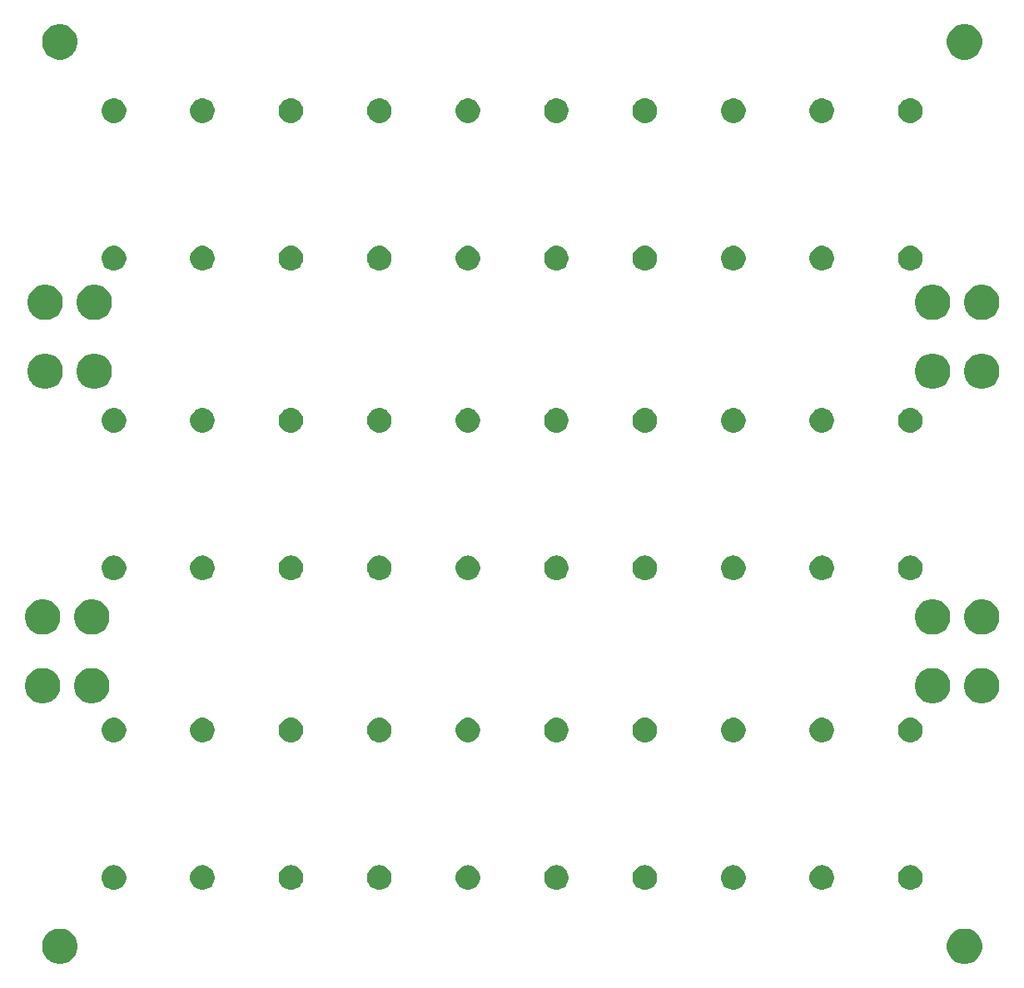
<source format=gbr>
G04 #@! TF.GenerationSoftware,KiCad,Pcbnew,5.0.2-bee76a0~70~ubuntu18.04.1*
G04 #@! TF.CreationDate,2019-01-25T00:18:25-08:00*
G04 #@! TF.ProjectId,mmc,6d6d632e-6b69-4636-9164-5f7063625858,rev?*
G04 #@! TF.SameCoordinates,Original*
G04 #@! TF.FileFunction,Soldermask,Bot*
G04 #@! TF.FilePolarity,Negative*
%FSLAX46Y46*%
G04 Gerber Fmt 4.6, Leading zero omitted, Abs format (unit mm)*
G04 Created by KiCad (PCBNEW 5.0.2-bee76a0~70~ubuntu18.04.1) date Fri 25 Jan 2019 12:18:25 AM PST*
%MOMM*%
%LPD*%
G01*
G04 APERTURE LIST*
%ADD10C,0.100000*%
G04 APERTURE END LIST*
D10*
G36*
X146525331Y-154268211D02*
X146853092Y-154403974D01*
X147148073Y-154601074D01*
X147398926Y-154851927D01*
X147596026Y-155146908D01*
X147731789Y-155474669D01*
X147801000Y-155822616D01*
X147801000Y-156177384D01*
X147731789Y-156525331D01*
X147596026Y-156853092D01*
X147398926Y-157148073D01*
X147148073Y-157398926D01*
X146853092Y-157596026D01*
X146525331Y-157731789D01*
X146177384Y-157801000D01*
X145822616Y-157801000D01*
X145474669Y-157731789D01*
X145146908Y-157596026D01*
X144851927Y-157398926D01*
X144601074Y-157148073D01*
X144403974Y-156853092D01*
X144268211Y-156525331D01*
X144199000Y-156177384D01*
X144199000Y-155822616D01*
X144268211Y-155474669D01*
X144403974Y-155146908D01*
X144601074Y-154851927D01*
X144851927Y-154601074D01*
X145146908Y-154403974D01*
X145474669Y-154268211D01*
X145822616Y-154199000D01*
X146177384Y-154199000D01*
X146525331Y-154268211D01*
X146525331Y-154268211D01*
G37*
G36*
X54525331Y-154268211D02*
X54853092Y-154403974D01*
X55148073Y-154601074D01*
X55398926Y-154851927D01*
X55596026Y-155146908D01*
X55731789Y-155474669D01*
X55801000Y-155822616D01*
X55801000Y-156177384D01*
X55731789Y-156525331D01*
X55596026Y-156853092D01*
X55398926Y-157148073D01*
X55148073Y-157398926D01*
X54853092Y-157596026D01*
X54525331Y-157731789D01*
X54177384Y-157801000D01*
X53822616Y-157801000D01*
X53474669Y-157731789D01*
X53146908Y-157596026D01*
X52851927Y-157398926D01*
X52601074Y-157148073D01*
X52403974Y-156853092D01*
X52268211Y-156525331D01*
X52199000Y-156177384D01*
X52199000Y-155822616D01*
X52268211Y-155474669D01*
X52403974Y-155146908D01*
X52601074Y-154851927D01*
X52851927Y-154601074D01*
X53146908Y-154403974D01*
X53474669Y-154268211D01*
X53822616Y-154199000D01*
X54177384Y-154199000D01*
X54525331Y-154268211D01*
X54525331Y-154268211D01*
G37*
G36*
X113683636Y-147761019D02*
X113864903Y-147797075D01*
X114092571Y-147891378D01*
X114296542Y-148027668D01*
X114297469Y-148028287D01*
X114471713Y-148202531D01*
X114471715Y-148202534D01*
X114608622Y-148407429D01*
X114702925Y-148635097D01*
X114751000Y-148876787D01*
X114751000Y-149123213D01*
X114702925Y-149364903D01*
X114608622Y-149592571D01*
X114472332Y-149796542D01*
X114471713Y-149797469D01*
X114297469Y-149971713D01*
X114297466Y-149971715D01*
X114092571Y-150108622D01*
X113864903Y-150202925D01*
X113683635Y-150238981D01*
X113623214Y-150251000D01*
X113376786Y-150251000D01*
X113316365Y-150238981D01*
X113135097Y-150202925D01*
X112907429Y-150108622D01*
X112702534Y-149971715D01*
X112702531Y-149971713D01*
X112528287Y-149797469D01*
X112527668Y-149796542D01*
X112391378Y-149592571D01*
X112297075Y-149364903D01*
X112249000Y-149123213D01*
X112249000Y-148876787D01*
X112297075Y-148635097D01*
X112391378Y-148407429D01*
X112528285Y-148202534D01*
X112528287Y-148202531D01*
X112702531Y-148028287D01*
X112703458Y-148027668D01*
X112907429Y-147891378D01*
X113135097Y-147797075D01*
X113316364Y-147761019D01*
X113376786Y-147749000D01*
X113623214Y-147749000D01*
X113683636Y-147761019D01*
X113683636Y-147761019D01*
G37*
G36*
X140683636Y-147761019D02*
X140864903Y-147797075D01*
X141092571Y-147891378D01*
X141296542Y-148027668D01*
X141297469Y-148028287D01*
X141471713Y-148202531D01*
X141471715Y-148202534D01*
X141608622Y-148407429D01*
X141702925Y-148635097D01*
X141751000Y-148876787D01*
X141751000Y-149123213D01*
X141702925Y-149364903D01*
X141608622Y-149592571D01*
X141472332Y-149796542D01*
X141471713Y-149797469D01*
X141297469Y-149971713D01*
X141297466Y-149971715D01*
X141092571Y-150108622D01*
X140864903Y-150202925D01*
X140683635Y-150238981D01*
X140623214Y-150251000D01*
X140376786Y-150251000D01*
X140316365Y-150238981D01*
X140135097Y-150202925D01*
X139907429Y-150108622D01*
X139702534Y-149971715D01*
X139702531Y-149971713D01*
X139528287Y-149797469D01*
X139527668Y-149796542D01*
X139391378Y-149592571D01*
X139297075Y-149364903D01*
X139249000Y-149123213D01*
X139249000Y-148876787D01*
X139297075Y-148635097D01*
X139391378Y-148407429D01*
X139528285Y-148202534D01*
X139528287Y-148202531D01*
X139702531Y-148028287D01*
X139703458Y-148027668D01*
X139907429Y-147891378D01*
X140135097Y-147797075D01*
X140316364Y-147761019D01*
X140376786Y-147749000D01*
X140623214Y-147749000D01*
X140683636Y-147761019D01*
X140683636Y-147761019D01*
G37*
G36*
X131683636Y-147761019D02*
X131864903Y-147797075D01*
X132092571Y-147891378D01*
X132296542Y-148027668D01*
X132297469Y-148028287D01*
X132471713Y-148202531D01*
X132471715Y-148202534D01*
X132608622Y-148407429D01*
X132702925Y-148635097D01*
X132751000Y-148876787D01*
X132751000Y-149123213D01*
X132702925Y-149364903D01*
X132608622Y-149592571D01*
X132472332Y-149796542D01*
X132471713Y-149797469D01*
X132297469Y-149971713D01*
X132297466Y-149971715D01*
X132092571Y-150108622D01*
X131864903Y-150202925D01*
X131683635Y-150238981D01*
X131623214Y-150251000D01*
X131376786Y-150251000D01*
X131316365Y-150238981D01*
X131135097Y-150202925D01*
X130907429Y-150108622D01*
X130702534Y-149971715D01*
X130702531Y-149971713D01*
X130528287Y-149797469D01*
X130527668Y-149796542D01*
X130391378Y-149592571D01*
X130297075Y-149364903D01*
X130249000Y-149123213D01*
X130249000Y-148876787D01*
X130297075Y-148635097D01*
X130391378Y-148407429D01*
X130528285Y-148202534D01*
X130528287Y-148202531D01*
X130702531Y-148028287D01*
X130703458Y-148027668D01*
X130907429Y-147891378D01*
X131135097Y-147797075D01*
X131316364Y-147761019D01*
X131376786Y-147749000D01*
X131623214Y-147749000D01*
X131683636Y-147761019D01*
X131683636Y-147761019D01*
G37*
G36*
X122683636Y-147761019D02*
X122864903Y-147797075D01*
X123092571Y-147891378D01*
X123296542Y-148027668D01*
X123297469Y-148028287D01*
X123471713Y-148202531D01*
X123471715Y-148202534D01*
X123608622Y-148407429D01*
X123702925Y-148635097D01*
X123751000Y-148876787D01*
X123751000Y-149123213D01*
X123702925Y-149364903D01*
X123608622Y-149592571D01*
X123472332Y-149796542D01*
X123471713Y-149797469D01*
X123297469Y-149971713D01*
X123297466Y-149971715D01*
X123092571Y-150108622D01*
X122864903Y-150202925D01*
X122683635Y-150238981D01*
X122623214Y-150251000D01*
X122376786Y-150251000D01*
X122316365Y-150238981D01*
X122135097Y-150202925D01*
X121907429Y-150108622D01*
X121702534Y-149971715D01*
X121702531Y-149971713D01*
X121528287Y-149797469D01*
X121527668Y-149796542D01*
X121391378Y-149592571D01*
X121297075Y-149364903D01*
X121249000Y-149123213D01*
X121249000Y-148876787D01*
X121297075Y-148635097D01*
X121391378Y-148407429D01*
X121528285Y-148202534D01*
X121528287Y-148202531D01*
X121702531Y-148028287D01*
X121703458Y-148027668D01*
X121907429Y-147891378D01*
X122135097Y-147797075D01*
X122316364Y-147761019D01*
X122376786Y-147749000D01*
X122623214Y-147749000D01*
X122683636Y-147761019D01*
X122683636Y-147761019D01*
G37*
G36*
X104683636Y-147761019D02*
X104864903Y-147797075D01*
X105092571Y-147891378D01*
X105296542Y-148027668D01*
X105297469Y-148028287D01*
X105471713Y-148202531D01*
X105471715Y-148202534D01*
X105608622Y-148407429D01*
X105702925Y-148635097D01*
X105751000Y-148876787D01*
X105751000Y-149123213D01*
X105702925Y-149364903D01*
X105608622Y-149592571D01*
X105472332Y-149796542D01*
X105471713Y-149797469D01*
X105297469Y-149971713D01*
X105297466Y-149971715D01*
X105092571Y-150108622D01*
X104864903Y-150202925D01*
X104683635Y-150238981D01*
X104623214Y-150251000D01*
X104376786Y-150251000D01*
X104316365Y-150238981D01*
X104135097Y-150202925D01*
X103907429Y-150108622D01*
X103702534Y-149971715D01*
X103702531Y-149971713D01*
X103528287Y-149797469D01*
X103527668Y-149796542D01*
X103391378Y-149592571D01*
X103297075Y-149364903D01*
X103249000Y-149123213D01*
X103249000Y-148876787D01*
X103297075Y-148635097D01*
X103391378Y-148407429D01*
X103528285Y-148202534D01*
X103528287Y-148202531D01*
X103702531Y-148028287D01*
X103703458Y-148027668D01*
X103907429Y-147891378D01*
X104135097Y-147797075D01*
X104316364Y-147761019D01*
X104376786Y-147749000D01*
X104623214Y-147749000D01*
X104683636Y-147761019D01*
X104683636Y-147761019D01*
G37*
G36*
X59683636Y-147761019D02*
X59864903Y-147797075D01*
X60092571Y-147891378D01*
X60296542Y-148027668D01*
X60297469Y-148028287D01*
X60471713Y-148202531D01*
X60471715Y-148202534D01*
X60608622Y-148407429D01*
X60702925Y-148635097D01*
X60751000Y-148876787D01*
X60751000Y-149123213D01*
X60702925Y-149364903D01*
X60608622Y-149592571D01*
X60472332Y-149796542D01*
X60471713Y-149797469D01*
X60297469Y-149971713D01*
X60297466Y-149971715D01*
X60092571Y-150108622D01*
X59864903Y-150202925D01*
X59683635Y-150238981D01*
X59623214Y-150251000D01*
X59376786Y-150251000D01*
X59316365Y-150238981D01*
X59135097Y-150202925D01*
X58907429Y-150108622D01*
X58702534Y-149971715D01*
X58702531Y-149971713D01*
X58528287Y-149797469D01*
X58527668Y-149796542D01*
X58391378Y-149592571D01*
X58297075Y-149364903D01*
X58249000Y-149123213D01*
X58249000Y-148876787D01*
X58297075Y-148635097D01*
X58391378Y-148407429D01*
X58528285Y-148202534D01*
X58528287Y-148202531D01*
X58702531Y-148028287D01*
X58703458Y-148027668D01*
X58907429Y-147891378D01*
X59135097Y-147797075D01*
X59316364Y-147761019D01*
X59376786Y-147749000D01*
X59623214Y-147749000D01*
X59683636Y-147761019D01*
X59683636Y-147761019D01*
G37*
G36*
X95683636Y-147761019D02*
X95864903Y-147797075D01*
X96092571Y-147891378D01*
X96296542Y-148027668D01*
X96297469Y-148028287D01*
X96471713Y-148202531D01*
X96471715Y-148202534D01*
X96608622Y-148407429D01*
X96702925Y-148635097D01*
X96751000Y-148876787D01*
X96751000Y-149123213D01*
X96702925Y-149364903D01*
X96608622Y-149592571D01*
X96472332Y-149796542D01*
X96471713Y-149797469D01*
X96297469Y-149971713D01*
X96297466Y-149971715D01*
X96092571Y-150108622D01*
X95864903Y-150202925D01*
X95683635Y-150238981D01*
X95623214Y-150251000D01*
X95376786Y-150251000D01*
X95316365Y-150238981D01*
X95135097Y-150202925D01*
X94907429Y-150108622D01*
X94702534Y-149971715D01*
X94702531Y-149971713D01*
X94528287Y-149797469D01*
X94527668Y-149796542D01*
X94391378Y-149592571D01*
X94297075Y-149364903D01*
X94249000Y-149123213D01*
X94249000Y-148876787D01*
X94297075Y-148635097D01*
X94391378Y-148407429D01*
X94528285Y-148202534D01*
X94528287Y-148202531D01*
X94702531Y-148028287D01*
X94703458Y-148027668D01*
X94907429Y-147891378D01*
X95135097Y-147797075D01*
X95316364Y-147761019D01*
X95376786Y-147749000D01*
X95623214Y-147749000D01*
X95683636Y-147761019D01*
X95683636Y-147761019D01*
G37*
G36*
X68683636Y-147761019D02*
X68864903Y-147797075D01*
X69092571Y-147891378D01*
X69296542Y-148027668D01*
X69297469Y-148028287D01*
X69471713Y-148202531D01*
X69471715Y-148202534D01*
X69608622Y-148407429D01*
X69702925Y-148635097D01*
X69751000Y-148876787D01*
X69751000Y-149123213D01*
X69702925Y-149364903D01*
X69608622Y-149592571D01*
X69472332Y-149796542D01*
X69471713Y-149797469D01*
X69297469Y-149971713D01*
X69297466Y-149971715D01*
X69092571Y-150108622D01*
X68864903Y-150202925D01*
X68683635Y-150238981D01*
X68623214Y-150251000D01*
X68376786Y-150251000D01*
X68316365Y-150238981D01*
X68135097Y-150202925D01*
X67907429Y-150108622D01*
X67702534Y-149971715D01*
X67702531Y-149971713D01*
X67528287Y-149797469D01*
X67527668Y-149796542D01*
X67391378Y-149592571D01*
X67297075Y-149364903D01*
X67249000Y-149123213D01*
X67249000Y-148876787D01*
X67297075Y-148635097D01*
X67391378Y-148407429D01*
X67528285Y-148202534D01*
X67528287Y-148202531D01*
X67702531Y-148028287D01*
X67703458Y-148027668D01*
X67907429Y-147891378D01*
X68135097Y-147797075D01*
X68316364Y-147761019D01*
X68376786Y-147749000D01*
X68623214Y-147749000D01*
X68683636Y-147761019D01*
X68683636Y-147761019D01*
G37*
G36*
X77683636Y-147761019D02*
X77864903Y-147797075D01*
X78092571Y-147891378D01*
X78296542Y-148027668D01*
X78297469Y-148028287D01*
X78471713Y-148202531D01*
X78471715Y-148202534D01*
X78608622Y-148407429D01*
X78702925Y-148635097D01*
X78751000Y-148876787D01*
X78751000Y-149123213D01*
X78702925Y-149364903D01*
X78608622Y-149592571D01*
X78472332Y-149796542D01*
X78471713Y-149797469D01*
X78297469Y-149971713D01*
X78297466Y-149971715D01*
X78092571Y-150108622D01*
X77864903Y-150202925D01*
X77683635Y-150238981D01*
X77623214Y-150251000D01*
X77376786Y-150251000D01*
X77316365Y-150238981D01*
X77135097Y-150202925D01*
X76907429Y-150108622D01*
X76702534Y-149971715D01*
X76702531Y-149971713D01*
X76528287Y-149797469D01*
X76527668Y-149796542D01*
X76391378Y-149592571D01*
X76297075Y-149364903D01*
X76249000Y-149123213D01*
X76249000Y-148876787D01*
X76297075Y-148635097D01*
X76391378Y-148407429D01*
X76528285Y-148202534D01*
X76528287Y-148202531D01*
X76702531Y-148028287D01*
X76703458Y-148027668D01*
X76907429Y-147891378D01*
X77135097Y-147797075D01*
X77316364Y-147761019D01*
X77376786Y-147749000D01*
X77623214Y-147749000D01*
X77683636Y-147761019D01*
X77683636Y-147761019D01*
G37*
G36*
X86683636Y-147761019D02*
X86864903Y-147797075D01*
X87092571Y-147891378D01*
X87296542Y-148027668D01*
X87297469Y-148028287D01*
X87471713Y-148202531D01*
X87471715Y-148202534D01*
X87608622Y-148407429D01*
X87702925Y-148635097D01*
X87751000Y-148876787D01*
X87751000Y-149123213D01*
X87702925Y-149364903D01*
X87608622Y-149592571D01*
X87472332Y-149796542D01*
X87471713Y-149797469D01*
X87297469Y-149971713D01*
X87297466Y-149971715D01*
X87092571Y-150108622D01*
X86864903Y-150202925D01*
X86683635Y-150238981D01*
X86623214Y-150251000D01*
X86376786Y-150251000D01*
X86316365Y-150238981D01*
X86135097Y-150202925D01*
X85907429Y-150108622D01*
X85702534Y-149971715D01*
X85702531Y-149971713D01*
X85528287Y-149797469D01*
X85527668Y-149796542D01*
X85391378Y-149592571D01*
X85297075Y-149364903D01*
X85249000Y-149123213D01*
X85249000Y-148876787D01*
X85297075Y-148635097D01*
X85391378Y-148407429D01*
X85528285Y-148202534D01*
X85528287Y-148202531D01*
X85702531Y-148028287D01*
X85703458Y-148027668D01*
X85907429Y-147891378D01*
X86135097Y-147797075D01*
X86316364Y-147761019D01*
X86376786Y-147749000D01*
X86623214Y-147749000D01*
X86683636Y-147761019D01*
X86683636Y-147761019D01*
G37*
G36*
X104683635Y-132761019D02*
X104864903Y-132797075D01*
X105092571Y-132891378D01*
X105296542Y-133027668D01*
X105297469Y-133028287D01*
X105471713Y-133202531D01*
X105471715Y-133202534D01*
X105608622Y-133407429D01*
X105702925Y-133635097D01*
X105751000Y-133876787D01*
X105751000Y-134123213D01*
X105702925Y-134364903D01*
X105608622Y-134592571D01*
X105472332Y-134796542D01*
X105471713Y-134797469D01*
X105297469Y-134971713D01*
X105297466Y-134971715D01*
X105092571Y-135108622D01*
X104864903Y-135202925D01*
X104683636Y-135238981D01*
X104623214Y-135251000D01*
X104376786Y-135251000D01*
X104316364Y-135238981D01*
X104135097Y-135202925D01*
X103907429Y-135108622D01*
X103702534Y-134971715D01*
X103702531Y-134971713D01*
X103528287Y-134797469D01*
X103527668Y-134796542D01*
X103391378Y-134592571D01*
X103297075Y-134364903D01*
X103249000Y-134123213D01*
X103249000Y-133876787D01*
X103297075Y-133635097D01*
X103391378Y-133407429D01*
X103528285Y-133202534D01*
X103528287Y-133202531D01*
X103702531Y-133028287D01*
X103703458Y-133027668D01*
X103907429Y-132891378D01*
X104135097Y-132797075D01*
X104316365Y-132761019D01*
X104376786Y-132749000D01*
X104623214Y-132749000D01*
X104683635Y-132761019D01*
X104683635Y-132761019D01*
G37*
G36*
X77683635Y-132761019D02*
X77864903Y-132797075D01*
X78092571Y-132891378D01*
X78296542Y-133027668D01*
X78297469Y-133028287D01*
X78471713Y-133202531D01*
X78471715Y-133202534D01*
X78608622Y-133407429D01*
X78702925Y-133635097D01*
X78751000Y-133876787D01*
X78751000Y-134123213D01*
X78702925Y-134364903D01*
X78608622Y-134592571D01*
X78472332Y-134796542D01*
X78471713Y-134797469D01*
X78297469Y-134971713D01*
X78297466Y-134971715D01*
X78092571Y-135108622D01*
X77864903Y-135202925D01*
X77683636Y-135238981D01*
X77623214Y-135251000D01*
X77376786Y-135251000D01*
X77316364Y-135238981D01*
X77135097Y-135202925D01*
X76907429Y-135108622D01*
X76702534Y-134971715D01*
X76702531Y-134971713D01*
X76528287Y-134797469D01*
X76527668Y-134796542D01*
X76391378Y-134592571D01*
X76297075Y-134364903D01*
X76249000Y-134123213D01*
X76249000Y-133876787D01*
X76297075Y-133635097D01*
X76391378Y-133407429D01*
X76528285Y-133202534D01*
X76528287Y-133202531D01*
X76702531Y-133028287D01*
X76703458Y-133027668D01*
X76907429Y-132891378D01*
X77135097Y-132797075D01*
X77316365Y-132761019D01*
X77376786Y-132749000D01*
X77623214Y-132749000D01*
X77683635Y-132761019D01*
X77683635Y-132761019D01*
G37*
G36*
X68683635Y-132761019D02*
X68864903Y-132797075D01*
X69092571Y-132891378D01*
X69296542Y-133027668D01*
X69297469Y-133028287D01*
X69471713Y-133202531D01*
X69471715Y-133202534D01*
X69608622Y-133407429D01*
X69702925Y-133635097D01*
X69751000Y-133876787D01*
X69751000Y-134123213D01*
X69702925Y-134364903D01*
X69608622Y-134592571D01*
X69472332Y-134796542D01*
X69471713Y-134797469D01*
X69297469Y-134971713D01*
X69297466Y-134971715D01*
X69092571Y-135108622D01*
X68864903Y-135202925D01*
X68683636Y-135238981D01*
X68623214Y-135251000D01*
X68376786Y-135251000D01*
X68316364Y-135238981D01*
X68135097Y-135202925D01*
X67907429Y-135108622D01*
X67702534Y-134971715D01*
X67702531Y-134971713D01*
X67528287Y-134797469D01*
X67527668Y-134796542D01*
X67391378Y-134592571D01*
X67297075Y-134364903D01*
X67249000Y-134123213D01*
X67249000Y-133876787D01*
X67297075Y-133635097D01*
X67391378Y-133407429D01*
X67528285Y-133202534D01*
X67528287Y-133202531D01*
X67702531Y-133028287D01*
X67703458Y-133027668D01*
X67907429Y-132891378D01*
X68135097Y-132797075D01*
X68316365Y-132761019D01*
X68376786Y-132749000D01*
X68623214Y-132749000D01*
X68683635Y-132761019D01*
X68683635Y-132761019D01*
G37*
G36*
X140683635Y-132761019D02*
X140864903Y-132797075D01*
X141092571Y-132891378D01*
X141296542Y-133027668D01*
X141297469Y-133028287D01*
X141471713Y-133202531D01*
X141471715Y-133202534D01*
X141608622Y-133407429D01*
X141702925Y-133635097D01*
X141751000Y-133876787D01*
X141751000Y-134123213D01*
X141702925Y-134364903D01*
X141608622Y-134592571D01*
X141472332Y-134796542D01*
X141471713Y-134797469D01*
X141297469Y-134971713D01*
X141297466Y-134971715D01*
X141092571Y-135108622D01*
X140864903Y-135202925D01*
X140683636Y-135238981D01*
X140623214Y-135251000D01*
X140376786Y-135251000D01*
X140316364Y-135238981D01*
X140135097Y-135202925D01*
X139907429Y-135108622D01*
X139702534Y-134971715D01*
X139702531Y-134971713D01*
X139528287Y-134797469D01*
X139527668Y-134796542D01*
X139391378Y-134592571D01*
X139297075Y-134364903D01*
X139249000Y-134123213D01*
X139249000Y-133876787D01*
X139297075Y-133635097D01*
X139391378Y-133407429D01*
X139528285Y-133202534D01*
X139528287Y-133202531D01*
X139702531Y-133028287D01*
X139703458Y-133027668D01*
X139907429Y-132891378D01*
X140135097Y-132797075D01*
X140316365Y-132761019D01*
X140376786Y-132749000D01*
X140623214Y-132749000D01*
X140683635Y-132761019D01*
X140683635Y-132761019D01*
G37*
G36*
X131683635Y-132761019D02*
X131864903Y-132797075D01*
X132092571Y-132891378D01*
X132296542Y-133027668D01*
X132297469Y-133028287D01*
X132471713Y-133202531D01*
X132471715Y-133202534D01*
X132608622Y-133407429D01*
X132702925Y-133635097D01*
X132751000Y-133876787D01*
X132751000Y-134123213D01*
X132702925Y-134364903D01*
X132608622Y-134592571D01*
X132472332Y-134796542D01*
X132471713Y-134797469D01*
X132297469Y-134971713D01*
X132297466Y-134971715D01*
X132092571Y-135108622D01*
X131864903Y-135202925D01*
X131683636Y-135238981D01*
X131623214Y-135251000D01*
X131376786Y-135251000D01*
X131316364Y-135238981D01*
X131135097Y-135202925D01*
X130907429Y-135108622D01*
X130702534Y-134971715D01*
X130702531Y-134971713D01*
X130528287Y-134797469D01*
X130527668Y-134796542D01*
X130391378Y-134592571D01*
X130297075Y-134364903D01*
X130249000Y-134123213D01*
X130249000Y-133876787D01*
X130297075Y-133635097D01*
X130391378Y-133407429D01*
X130528285Y-133202534D01*
X130528287Y-133202531D01*
X130702531Y-133028287D01*
X130703458Y-133027668D01*
X130907429Y-132891378D01*
X131135097Y-132797075D01*
X131316365Y-132761019D01*
X131376786Y-132749000D01*
X131623214Y-132749000D01*
X131683635Y-132761019D01*
X131683635Y-132761019D01*
G37*
G36*
X122683635Y-132761019D02*
X122864903Y-132797075D01*
X123092571Y-132891378D01*
X123296542Y-133027668D01*
X123297469Y-133028287D01*
X123471713Y-133202531D01*
X123471715Y-133202534D01*
X123608622Y-133407429D01*
X123702925Y-133635097D01*
X123751000Y-133876787D01*
X123751000Y-134123213D01*
X123702925Y-134364903D01*
X123608622Y-134592571D01*
X123472332Y-134796542D01*
X123471713Y-134797469D01*
X123297469Y-134971713D01*
X123297466Y-134971715D01*
X123092571Y-135108622D01*
X122864903Y-135202925D01*
X122683636Y-135238981D01*
X122623214Y-135251000D01*
X122376786Y-135251000D01*
X122316364Y-135238981D01*
X122135097Y-135202925D01*
X121907429Y-135108622D01*
X121702534Y-134971715D01*
X121702531Y-134971713D01*
X121528287Y-134797469D01*
X121527668Y-134796542D01*
X121391378Y-134592571D01*
X121297075Y-134364903D01*
X121249000Y-134123213D01*
X121249000Y-133876787D01*
X121297075Y-133635097D01*
X121391378Y-133407429D01*
X121528285Y-133202534D01*
X121528287Y-133202531D01*
X121702531Y-133028287D01*
X121703458Y-133027668D01*
X121907429Y-132891378D01*
X122135097Y-132797075D01*
X122316365Y-132761019D01*
X122376786Y-132749000D01*
X122623214Y-132749000D01*
X122683635Y-132761019D01*
X122683635Y-132761019D01*
G37*
G36*
X113683635Y-132761019D02*
X113864903Y-132797075D01*
X114092571Y-132891378D01*
X114296542Y-133027668D01*
X114297469Y-133028287D01*
X114471713Y-133202531D01*
X114471715Y-133202534D01*
X114608622Y-133407429D01*
X114702925Y-133635097D01*
X114751000Y-133876787D01*
X114751000Y-134123213D01*
X114702925Y-134364903D01*
X114608622Y-134592571D01*
X114472332Y-134796542D01*
X114471713Y-134797469D01*
X114297469Y-134971713D01*
X114297466Y-134971715D01*
X114092571Y-135108622D01*
X113864903Y-135202925D01*
X113683636Y-135238981D01*
X113623214Y-135251000D01*
X113376786Y-135251000D01*
X113316364Y-135238981D01*
X113135097Y-135202925D01*
X112907429Y-135108622D01*
X112702534Y-134971715D01*
X112702531Y-134971713D01*
X112528287Y-134797469D01*
X112527668Y-134796542D01*
X112391378Y-134592571D01*
X112297075Y-134364903D01*
X112249000Y-134123213D01*
X112249000Y-133876787D01*
X112297075Y-133635097D01*
X112391378Y-133407429D01*
X112528285Y-133202534D01*
X112528287Y-133202531D01*
X112702531Y-133028287D01*
X112703458Y-133027668D01*
X112907429Y-132891378D01*
X113135097Y-132797075D01*
X113316365Y-132761019D01*
X113376786Y-132749000D01*
X113623214Y-132749000D01*
X113683635Y-132761019D01*
X113683635Y-132761019D01*
G37*
G36*
X95683635Y-132761019D02*
X95864903Y-132797075D01*
X96092571Y-132891378D01*
X96296542Y-133027668D01*
X96297469Y-133028287D01*
X96471713Y-133202531D01*
X96471715Y-133202534D01*
X96608622Y-133407429D01*
X96702925Y-133635097D01*
X96751000Y-133876787D01*
X96751000Y-134123213D01*
X96702925Y-134364903D01*
X96608622Y-134592571D01*
X96472332Y-134796542D01*
X96471713Y-134797469D01*
X96297469Y-134971713D01*
X96297466Y-134971715D01*
X96092571Y-135108622D01*
X95864903Y-135202925D01*
X95683636Y-135238981D01*
X95623214Y-135251000D01*
X95376786Y-135251000D01*
X95316364Y-135238981D01*
X95135097Y-135202925D01*
X94907429Y-135108622D01*
X94702534Y-134971715D01*
X94702531Y-134971713D01*
X94528287Y-134797469D01*
X94527668Y-134796542D01*
X94391378Y-134592571D01*
X94297075Y-134364903D01*
X94249000Y-134123213D01*
X94249000Y-133876787D01*
X94297075Y-133635097D01*
X94391378Y-133407429D01*
X94528285Y-133202534D01*
X94528287Y-133202531D01*
X94702531Y-133028287D01*
X94703458Y-133027668D01*
X94907429Y-132891378D01*
X95135097Y-132797075D01*
X95316365Y-132761019D01*
X95376786Y-132749000D01*
X95623214Y-132749000D01*
X95683635Y-132761019D01*
X95683635Y-132761019D01*
G37*
G36*
X86683635Y-132761019D02*
X86864903Y-132797075D01*
X87092571Y-132891378D01*
X87296542Y-133027668D01*
X87297469Y-133028287D01*
X87471713Y-133202531D01*
X87471715Y-133202534D01*
X87608622Y-133407429D01*
X87702925Y-133635097D01*
X87751000Y-133876787D01*
X87751000Y-134123213D01*
X87702925Y-134364903D01*
X87608622Y-134592571D01*
X87472332Y-134796542D01*
X87471713Y-134797469D01*
X87297469Y-134971713D01*
X87297466Y-134971715D01*
X87092571Y-135108622D01*
X86864903Y-135202925D01*
X86683636Y-135238981D01*
X86623214Y-135251000D01*
X86376786Y-135251000D01*
X86316364Y-135238981D01*
X86135097Y-135202925D01*
X85907429Y-135108622D01*
X85702534Y-134971715D01*
X85702531Y-134971713D01*
X85528287Y-134797469D01*
X85527668Y-134796542D01*
X85391378Y-134592571D01*
X85297075Y-134364903D01*
X85249000Y-134123213D01*
X85249000Y-133876787D01*
X85297075Y-133635097D01*
X85391378Y-133407429D01*
X85528285Y-133202534D01*
X85528287Y-133202531D01*
X85702531Y-133028287D01*
X85703458Y-133027668D01*
X85907429Y-132891378D01*
X86135097Y-132797075D01*
X86316365Y-132761019D01*
X86376786Y-132749000D01*
X86623214Y-132749000D01*
X86683635Y-132761019D01*
X86683635Y-132761019D01*
G37*
G36*
X59683635Y-132761019D02*
X59864903Y-132797075D01*
X60092571Y-132891378D01*
X60296542Y-133027668D01*
X60297469Y-133028287D01*
X60471713Y-133202531D01*
X60471715Y-133202534D01*
X60608622Y-133407429D01*
X60702925Y-133635097D01*
X60751000Y-133876787D01*
X60751000Y-134123213D01*
X60702925Y-134364903D01*
X60608622Y-134592571D01*
X60472332Y-134796542D01*
X60471713Y-134797469D01*
X60297469Y-134971713D01*
X60297466Y-134971715D01*
X60092571Y-135108622D01*
X59864903Y-135202925D01*
X59683636Y-135238981D01*
X59623214Y-135251000D01*
X59376786Y-135251000D01*
X59316364Y-135238981D01*
X59135097Y-135202925D01*
X58907429Y-135108622D01*
X58702534Y-134971715D01*
X58702531Y-134971713D01*
X58528287Y-134797469D01*
X58527668Y-134796542D01*
X58391378Y-134592571D01*
X58297075Y-134364903D01*
X58249000Y-134123213D01*
X58249000Y-133876787D01*
X58297075Y-133635097D01*
X58391378Y-133407429D01*
X58528285Y-133202534D01*
X58528287Y-133202531D01*
X58702531Y-133028287D01*
X58703458Y-133027668D01*
X58907429Y-132891378D01*
X59135097Y-132797075D01*
X59316365Y-132761019D01*
X59376786Y-132749000D01*
X59623214Y-132749000D01*
X59683635Y-132761019D01*
X59683635Y-132761019D01*
G37*
G36*
X148275331Y-127773211D02*
X148603092Y-127908974D01*
X148898073Y-128106074D01*
X149148926Y-128356927D01*
X149346026Y-128651908D01*
X149481789Y-128979669D01*
X149551000Y-129327616D01*
X149551000Y-129682384D01*
X149481789Y-130030331D01*
X149346026Y-130358092D01*
X149148926Y-130653073D01*
X148898073Y-130903926D01*
X148603092Y-131101026D01*
X148275331Y-131236789D01*
X147927384Y-131306000D01*
X147572616Y-131306000D01*
X147224669Y-131236789D01*
X146896908Y-131101026D01*
X146601927Y-130903926D01*
X146351074Y-130653073D01*
X146153974Y-130358092D01*
X146018211Y-130030331D01*
X145949000Y-129682384D01*
X145949000Y-129327616D01*
X146018211Y-128979669D01*
X146153974Y-128651908D01*
X146351074Y-128356927D01*
X146601927Y-128106074D01*
X146896908Y-127908974D01*
X147224669Y-127773211D01*
X147572616Y-127704000D01*
X147927384Y-127704000D01*
X148275331Y-127773211D01*
X148275331Y-127773211D01*
G37*
G36*
X52775331Y-127773211D02*
X53103092Y-127908974D01*
X53398073Y-128106074D01*
X53648926Y-128356927D01*
X53846026Y-128651908D01*
X53981789Y-128979669D01*
X54051000Y-129327616D01*
X54051000Y-129682384D01*
X53981789Y-130030331D01*
X53846026Y-130358092D01*
X53648926Y-130653073D01*
X53398073Y-130903926D01*
X53103092Y-131101026D01*
X52775331Y-131236789D01*
X52427384Y-131306000D01*
X52072616Y-131306000D01*
X51724669Y-131236789D01*
X51396908Y-131101026D01*
X51101927Y-130903926D01*
X50851074Y-130653073D01*
X50653974Y-130358092D01*
X50518211Y-130030331D01*
X50449000Y-129682384D01*
X50449000Y-129327616D01*
X50518211Y-128979669D01*
X50653974Y-128651908D01*
X50851074Y-128356927D01*
X51101927Y-128106074D01*
X51396908Y-127908974D01*
X51724669Y-127773211D01*
X52072616Y-127704000D01*
X52427384Y-127704000D01*
X52775331Y-127773211D01*
X52775331Y-127773211D01*
G37*
G36*
X143275331Y-127773211D02*
X143603092Y-127908974D01*
X143898073Y-128106074D01*
X144148926Y-128356927D01*
X144346026Y-128651908D01*
X144481789Y-128979669D01*
X144551000Y-129327616D01*
X144551000Y-129682384D01*
X144481789Y-130030331D01*
X144346026Y-130358092D01*
X144148926Y-130653073D01*
X143898073Y-130903926D01*
X143603092Y-131101026D01*
X143275331Y-131236789D01*
X142927384Y-131306000D01*
X142572616Y-131306000D01*
X142224669Y-131236789D01*
X141896908Y-131101026D01*
X141601927Y-130903926D01*
X141351074Y-130653073D01*
X141153974Y-130358092D01*
X141018211Y-130030331D01*
X140949000Y-129682384D01*
X140949000Y-129327616D01*
X141018211Y-128979669D01*
X141153974Y-128651908D01*
X141351074Y-128356927D01*
X141601927Y-128106074D01*
X141896908Y-127908974D01*
X142224669Y-127773211D01*
X142572616Y-127704000D01*
X142927384Y-127704000D01*
X143275331Y-127773211D01*
X143275331Y-127773211D01*
G37*
G36*
X57775331Y-127773211D02*
X58103092Y-127908974D01*
X58398073Y-128106074D01*
X58648926Y-128356927D01*
X58846026Y-128651908D01*
X58981789Y-128979669D01*
X59051000Y-129327616D01*
X59051000Y-129682384D01*
X58981789Y-130030331D01*
X58846026Y-130358092D01*
X58648926Y-130653073D01*
X58398073Y-130903926D01*
X58103092Y-131101026D01*
X57775331Y-131236789D01*
X57427384Y-131306000D01*
X57072616Y-131306000D01*
X56724669Y-131236789D01*
X56396908Y-131101026D01*
X56101927Y-130903926D01*
X55851074Y-130653073D01*
X55653974Y-130358092D01*
X55518211Y-130030331D01*
X55449000Y-129682384D01*
X55449000Y-129327616D01*
X55518211Y-128979669D01*
X55653974Y-128651908D01*
X55851074Y-128356927D01*
X56101927Y-128106074D01*
X56396908Y-127908974D01*
X56724669Y-127773211D01*
X57072616Y-127704000D01*
X57427384Y-127704000D01*
X57775331Y-127773211D01*
X57775331Y-127773211D01*
G37*
G36*
X143275331Y-120763211D02*
X143603092Y-120898974D01*
X143898073Y-121096074D01*
X144148926Y-121346927D01*
X144346026Y-121641908D01*
X144481789Y-121969669D01*
X144551000Y-122317616D01*
X144551000Y-122672384D01*
X144481789Y-123020331D01*
X144346026Y-123348092D01*
X144148926Y-123643073D01*
X143898073Y-123893926D01*
X143603092Y-124091026D01*
X143275331Y-124226789D01*
X142927384Y-124296000D01*
X142572616Y-124296000D01*
X142224669Y-124226789D01*
X141896908Y-124091026D01*
X141601927Y-123893926D01*
X141351074Y-123643073D01*
X141153974Y-123348092D01*
X141018211Y-123020331D01*
X140949000Y-122672384D01*
X140949000Y-122317616D01*
X141018211Y-121969669D01*
X141153974Y-121641908D01*
X141351074Y-121346927D01*
X141601927Y-121096074D01*
X141896908Y-120898974D01*
X142224669Y-120763211D01*
X142572616Y-120694000D01*
X142927384Y-120694000D01*
X143275331Y-120763211D01*
X143275331Y-120763211D01*
G37*
G36*
X148275331Y-120763211D02*
X148603092Y-120898974D01*
X148898073Y-121096074D01*
X149148926Y-121346927D01*
X149346026Y-121641908D01*
X149481789Y-121969669D01*
X149551000Y-122317616D01*
X149551000Y-122672384D01*
X149481789Y-123020331D01*
X149346026Y-123348092D01*
X149148926Y-123643073D01*
X148898073Y-123893926D01*
X148603092Y-124091026D01*
X148275331Y-124226789D01*
X147927384Y-124296000D01*
X147572616Y-124296000D01*
X147224669Y-124226789D01*
X146896908Y-124091026D01*
X146601927Y-123893926D01*
X146351074Y-123643073D01*
X146153974Y-123348092D01*
X146018211Y-123020331D01*
X145949000Y-122672384D01*
X145949000Y-122317616D01*
X146018211Y-121969669D01*
X146153974Y-121641908D01*
X146351074Y-121346927D01*
X146601927Y-121096074D01*
X146896908Y-120898974D01*
X147224669Y-120763211D01*
X147572616Y-120694000D01*
X147927384Y-120694000D01*
X148275331Y-120763211D01*
X148275331Y-120763211D01*
G37*
G36*
X57775331Y-120763211D02*
X58103092Y-120898974D01*
X58398073Y-121096074D01*
X58648926Y-121346927D01*
X58846026Y-121641908D01*
X58981789Y-121969669D01*
X59051000Y-122317616D01*
X59051000Y-122672384D01*
X58981789Y-123020331D01*
X58846026Y-123348092D01*
X58648926Y-123643073D01*
X58398073Y-123893926D01*
X58103092Y-124091026D01*
X57775331Y-124226789D01*
X57427384Y-124296000D01*
X57072616Y-124296000D01*
X56724669Y-124226789D01*
X56396908Y-124091026D01*
X56101927Y-123893926D01*
X55851074Y-123643073D01*
X55653974Y-123348092D01*
X55518211Y-123020331D01*
X55449000Y-122672384D01*
X55449000Y-122317616D01*
X55518211Y-121969669D01*
X55653974Y-121641908D01*
X55851074Y-121346927D01*
X56101927Y-121096074D01*
X56396908Y-120898974D01*
X56724669Y-120763211D01*
X57072616Y-120694000D01*
X57427384Y-120694000D01*
X57775331Y-120763211D01*
X57775331Y-120763211D01*
G37*
G36*
X52775331Y-120763211D02*
X53103092Y-120898974D01*
X53398073Y-121096074D01*
X53648926Y-121346927D01*
X53846026Y-121641908D01*
X53981789Y-121969669D01*
X54051000Y-122317616D01*
X54051000Y-122672384D01*
X53981789Y-123020331D01*
X53846026Y-123348092D01*
X53648926Y-123643073D01*
X53398073Y-123893926D01*
X53103092Y-124091026D01*
X52775331Y-124226789D01*
X52427384Y-124296000D01*
X52072616Y-124296000D01*
X51724669Y-124226789D01*
X51396908Y-124091026D01*
X51101927Y-123893926D01*
X50851074Y-123643073D01*
X50653974Y-123348092D01*
X50518211Y-123020331D01*
X50449000Y-122672384D01*
X50449000Y-122317616D01*
X50518211Y-121969669D01*
X50653974Y-121641908D01*
X50851074Y-121346927D01*
X51101927Y-121096074D01*
X51396908Y-120898974D01*
X51724669Y-120763211D01*
X52072616Y-120694000D01*
X52427384Y-120694000D01*
X52775331Y-120763211D01*
X52775331Y-120763211D01*
G37*
G36*
X131683635Y-116261019D02*
X131864903Y-116297075D01*
X132092571Y-116391378D01*
X132296542Y-116527668D01*
X132297469Y-116528287D01*
X132471713Y-116702531D01*
X132471715Y-116702534D01*
X132608622Y-116907429D01*
X132702925Y-117135097D01*
X132751000Y-117376787D01*
X132751000Y-117623213D01*
X132702925Y-117864903D01*
X132608622Y-118092571D01*
X132472332Y-118296542D01*
X132471713Y-118297469D01*
X132297469Y-118471713D01*
X132297466Y-118471715D01*
X132092571Y-118608622D01*
X131864903Y-118702925D01*
X131683635Y-118738981D01*
X131623214Y-118751000D01*
X131376786Y-118751000D01*
X131316365Y-118738981D01*
X131135097Y-118702925D01*
X130907429Y-118608622D01*
X130702534Y-118471715D01*
X130702531Y-118471713D01*
X130528287Y-118297469D01*
X130527668Y-118296542D01*
X130391378Y-118092571D01*
X130297075Y-117864903D01*
X130249000Y-117623213D01*
X130249000Y-117376787D01*
X130297075Y-117135097D01*
X130391378Y-116907429D01*
X130528285Y-116702534D01*
X130528287Y-116702531D01*
X130702531Y-116528287D01*
X130703458Y-116527668D01*
X130907429Y-116391378D01*
X131135097Y-116297075D01*
X131316365Y-116261019D01*
X131376786Y-116249000D01*
X131623214Y-116249000D01*
X131683635Y-116261019D01*
X131683635Y-116261019D01*
G37*
G36*
X68683635Y-116261019D02*
X68864903Y-116297075D01*
X69092571Y-116391378D01*
X69296542Y-116527668D01*
X69297469Y-116528287D01*
X69471713Y-116702531D01*
X69471715Y-116702534D01*
X69608622Y-116907429D01*
X69702925Y-117135097D01*
X69751000Y-117376787D01*
X69751000Y-117623213D01*
X69702925Y-117864903D01*
X69608622Y-118092571D01*
X69472332Y-118296542D01*
X69471713Y-118297469D01*
X69297469Y-118471713D01*
X69297466Y-118471715D01*
X69092571Y-118608622D01*
X68864903Y-118702925D01*
X68683635Y-118738981D01*
X68623214Y-118751000D01*
X68376786Y-118751000D01*
X68316365Y-118738981D01*
X68135097Y-118702925D01*
X67907429Y-118608622D01*
X67702534Y-118471715D01*
X67702531Y-118471713D01*
X67528287Y-118297469D01*
X67527668Y-118296542D01*
X67391378Y-118092571D01*
X67297075Y-117864903D01*
X67249000Y-117623213D01*
X67249000Y-117376787D01*
X67297075Y-117135097D01*
X67391378Y-116907429D01*
X67528285Y-116702534D01*
X67528287Y-116702531D01*
X67702531Y-116528287D01*
X67703458Y-116527668D01*
X67907429Y-116391378D01*
X68135097Y-116297075D01*
X68316365Y-116261019D01*
X68376786Y-116249000D01*
X68623214Y-116249000D01*
X68683635Y-116261019D01*
X68683635Y-116261019D01*
G37*
G36*
X59683635Y-116261019D02*
X59864903Y-116297075D01*
X60092571Y-116391378D01*
X60296542Y-116527668D01*
X60297469Y-116528287D01*
X60471713Y-116702531D01*
X60471715Y-116702534D01*
X60608622Y-116907429D01*
X60702925Y-117135097D01*
X60751000Y-117376787D01*
X60751000Y-117623213D01*
X60702925Y-117864903D01*
X60608622Y-118092571D01*
X60472332Y-118296542D01*
X60471713Y-118297469D01*
X60297469Y-118471713D01*
X60297466Y-118471715D01*
X60092571Y-118608622D01*
X59864903Y-118702925D01*
X59683635Y-118738981D01*
X59623214Y-118751000D01*
X59376786Y-118751000D01*
X59316365Y-118738981D01*
X59135097Y-118702925D01*
X58907429Y-118608622D01*
X58702534Y-118471715D01*
X58702531Y-118471713D01*
X58528287Y-118297469D01*
X58527668Y-118296542D01*
X58391378Y-118092571D01*
X58297075Y-117864903D01*
X58249000Y-117623213D01*
X58249000Y-117376787D01*
X58297075Y-117135097D01*
X58391378Y-116907429D01*
X58528285Y-116702534D01*
X58528287Y-116702531D01*
X58702531Y-116528287D01*
X58703458Y-116527668D01*
X58907429Y-116391378D01*
X59135097Y-116297075D01*
X59316365Y-116261019D01*
X59376786Y-116249000D01*
X59623214Y-116249000D01*
X59683635Y-116261019D01*
X59683635Y-116261019D01*
G37*
G36*
X77683635Y-116261019D02*
X77864903Y-116297075D01*
X78092571Y-116391378D01*
X78296542Y-116527668D01*
X78297469Y-116528287D01*
X78471713Y-116702531D01*
X78471715Y-116702534D01*
X78608622Y-116907429D01*
X78702925Y-117135097D01*
X78751000Y-117376787D01*
X78751000Y-117623213D01*
X78702925Y-117864903D01*
X78608622Y-118092571D01*
X78472332Y-118296542D01*
X78471713Y-118297469D01*
X78297469Y-118471713D01*
X78297466Y-118471715D01*
X78092571Y-118608622D01*
X77864903Y-118702925D01*
X77683635Y-118738981D01*
X77623214Y-118751000D01*
X77376786Y-118751000D01*
X77316365Y-118738981D01*
X77135097Y-118702925D01*
X76907429Y-118608622D01*
X76702534Y-118471715D01*
X76702531Y-118471713D01*
X76528287Y-118297469D01*
X76527668Y-118296542D01*
X76391378Y-118092571D01*
X76297075Y-117864903D01*
X76249000Y-117623213D01*
X76249000Y-117376787D01*
X76297075Y-117135097D01*
X76391378Y-116907429D01*
X76528285Y-116702534D01*
X76528287Y-116702531D01*
X76702531Y-116528287D01*
X76703458Y-116527668D01*
X76907429Y-116391378D01*
X77135097Y-116297075D01*
X77316365Y-116261019D01*
X77376786Y-116249000D01*
X77623214Y-116249000D01*
X77683635Y-116261019D01*
X77683635Y-116261019D01*
G37*
G36*
X86683635Y-116261019D02*
X86864903Y-116297075D01*
X87092571Y-116391378D01*
X87296542Y-116527668D01*
X87297469Y-116528287D01*
X87471713Y-116702531D01*
X87471715Y-116702534D01*
X87608622Y-116907429D01*
X87702925Y-117135097D01*
X87751000Y-117376787D01*
X87751000Y-117623213D01*
X87702925Y-117864903D01*
X87608622Y-118092571D01*
X87472332Y-118296542D01*
X87471713Y-118297469D01*
X87297469Y-118471713D01*
X87297466Y-118471715D01*
X87092571Y-118608622D01*
X86864903Y-118702925D01*
X86683635Y-118738981D01*
X86623214Y-118751000D01*
X86376786Y-118751000D01*
X86316365Y-118738981D01*
X86135097Y-118702925D01*
X85907429Y-118608622D01*
X85702534Y-118471715D01*
X85702531Y-118471713D01*
X85528287Y-118297469D01*
X85527668Y-118296542D01*
X85391378Y-118092571D01*
X85297075Y-117864903D01*
X85249000Y-117623213D01*
X85249000Y-117376787D01*
X85297075Y-117135097D01*
X85391378Y-116907429D01*
X85528285Y-116702534D01*
X85528287Y-116702531D01*
X85702531Y-116528287D01*
X85703458Y-116527668D01*
X85907429Y-116391378D01*
X86135097Y-116297075D01*
X86316365Y-116261019D01*
X86376786Y-116249000D01*
X86623214Y-116249000D01*
X86683635Y-116261019D01*
X86683635Y-116261019D01*
G37*
G36*
X95683635Y-116261019D02*
X95864903Y-116297075D01*
X96092571Y-116391378D01*
X96296542Y-116527668D01*
X96297469Y-116528287D01*
X96471713Y-116702531D01*
X96471715Y-116702534D01*
X96608622Y-116907429D01*
X96702925Y-117135097D01*
X96751000Y-117376787D01*
X96751000Y-117623213D01*
X96702925Y-117864903D01*
X96608622Y-118092571D01*
X96472332Y-118296542D01*
X96471713Y-118297469D01*
X96297469Y-118471713D01*
X96297466Y-118471715D01*
X96092571Y-118608622D01*
X95864903Y-118702925D01*
X95683635Y-118738981D01*
X95623214Y-118751000D01*
X95376786Y-118751000D01*
X95316365Y-118738981D01*
X95135097Y-118702925D01*
X94907429Y-118608622D01*
X94702534Y-118471715D01*
X94702531Y-118471713D01*
X94528287Y-118297469D01*
X94527668Y-118296542D01*
X94391378Y-118092571D01*
X94297075Y-117864903D01*
X94249000Y-117623213D01*
X94249000Y-117376787D01*
X94297075Y-117135097D01*
X94391378Y-116907429D01*
X94528285Y-116702534D01*
X94528287Y-116702531D01*
X94702531Y-116528287D01*
X94703458Y-116527668D01*
X94907429Y-116391378D01*
X95135097Y-116297075D01*
X95316365Y-116261019D01*
X95376786Y-116249000D01*
X95623214Y-116249000D01*
X95683635Y-116261019D01*
X95683635Y-116261019D01*
G37*
G36*
X122683635Y-116261019D02*
X122864903Y-116297075D01*
X123092571Y-116391378D01*
X123296542Y-116527668D01*
X123297469Y-116528287D01*
X123471713Y-116702531D01*
X123471715Y-116702534D01*
X123608622Y-116907429D01*
X123702925Y-117135097D01*
X123751000Y-117376787D01*
X123751000Y-117623213D01*
X123702925Y-117864903D01*
X123608622Y-118092571D01*
X123472332Y-118296542D01*
X123471713Y-118297469D01*
X123297469Y-118471713D01*
X123297466Y-118471715D01*
X123092571Y-118608622D01*
X122864903Y-118702925D01*
X122683635Y-118738981D01*
X122623214Y-118751000D01*
X122376786Y-118751000D01*
X122316365Y-118738981D01*
X122135097Y-118702925D01*
X121907429Y-118608622D01*
X121702534Y-118471715D01*
X121702531Y-118471713D01*
X121528287Y-118297469D01*
X121527668Y-118296542D01*
X121391378Y-118092571D01*
X121297075Y-117864903D01*
X121249000Y-117623213D01*
X121249000Y-117376787D01*
X121297075Y-117135097D01*
X121391378Y-116907429D01*
X121528285Y-116702534D01*
X121528287Y-116702531D01*
X121702531Y-116528287D01*
X121703458Y-116527668D01*
X121907429Y-116391378D01*
X122135097Y-116297075D01*
X122316365Y-116261019D01*
X122376786Y-116249000D01*
X122623214Y-116249000D01*
X122683635Y-116261019D01*
X122683635Y-116261019D01*
G37*
G36*
X113683635Y-116261019D02*
X113864903Y-116297075D01*
X114092571Y-116391378D01*
X114296542Y-116527668D01*
X114297469Y-116528287D01*
X114471713Y-116702531D01*
X114471715Y-116702534D01*
X114608622Y-116907429D01*
X114702925Y-117135097D01*
X114751000Y-117376787D01*
X114751000Y-117623213D01*
X114702925Y-117864903D01*
X114608622Y-118092571D01*
X114472332Y-118296542D01*
X114471713Y-118297469D01*
X114297469Y-118471713D01*
X114297466Y-118471715D01*
X114092571Y-118608622D01*
X113864903Y-118702925D01*
X113683635Y-118738981D01*
X113623214Y-118751000D01*
X113376786Y-118751000D01*
X113316365Y-118738981D01*
X113135097Y-118702925D01*
X112907429Y-118608622D01*
X112702534Y-118471715D01*
X112702531Y-118471713D01*
X112528287Y-118297469D01*
X112527668Y-118296542D01*
X112391378Y-118092571D01*
X112297075Y-117864903D01*
X112249000Y-117623213D01*
X112249000Y-117376787D01*
X112297075Y-117135097D01*
X112391378Y-116907429D01*
X112528285Y-116702534D01*
X112528287Y-116702531D01*
X112702531Y-116528287D01*
X112703458Y-116527668D01*
X112907429Y-116391378D01*
X113135097Y-116297075D01*
X113316365Y-116261019D01*
X113376786Y-116249000D01*
X113623214Y-116249000D01*
X113683635Y-116261019D01*
X113683635Y-116261019D01*
G37*
G36*
X104683635Y-116261019D02*
X104864903Y-116297075D01*
X105092571Y-116391378D01*
X105296542Y-116527668D01*
X105297469Y-116528287D01*
X105471713Y-116702531D01*
X105471715Y-116702534D01*
X105608622Y-116907429D01*
X105702925Y-117135097D01*
X105751000Y-117376787D01*
X105751000Y-117623213D01*
X105702925Y-117864903D01*
X105608622Y-118092571D01*
X105472332Y-118296542D01*
X105471713Y-118297469D01*
X105297469Y-118471713D01*
X105297466Y-118471715D01*
X105092571Y-118608622D01*
X104864903Y-118702925D01*
X104683635Y-118738981D01*
X104623214Y-118751000D01*
X104376786Y-118751000D01*
X104316365Y-118738981D01*
X104135097Y-118702925D01*
X103907429Y-118608622D01*
X103702534Y-118471715D01*
X103702531Y-118471713D01*
X103528287Y-118297469D01*
X103527668Y-118296542D01*
X103391378Y-118092571D01*
X103297075Y-117864903D01*
X103249000Y-117623213D01*
X103249000Y-117376787D01*
X103297075Y-117135097D01*
X103391378Y-116907429D01*
X103528285Y-116702534D01*
X103528287Y-116702531D01*
X103702531Y-116528287D01*
X103703458Y-116527668D01*
X103907429Y-116391378D01*
X104135097Y-116297075D01*
X104316365Y-116261019D01*
X104376786Y-116249000D01*
X104623214Y-116249000D01*
X104683635Y-116261019D01*
X104683635Y-116261019D01*
G37*
G36*
X140683635Y-116261019D02*
X140864903Y-116297075D01*
X141092571Y-116391378D01*
X141296542Y-116527668D01*
X141297469Y-116528287D01*
X141471713Y-116702531D01*
X141471715Y-116702534D01*
X141608622Y-116907429D01*
X141702925Y-117135097D01*
X141751000Y-117376787D01*
X141751000Y-117623213D01*
X141702925Y-117864903D01*
X141608622Y-118092571D01*
X141472332Y-118296542D01*
X141471713Y-118297469D01*
X141297469Y-118471713D01*
X141297466Y-118471715D01*
X141092571Y-118608622D01*
X140864903Y-118702925D01*
X140683635Y-118738981D01*
X140623214Y-118751000D01*
X140376786Y-118751000D01*
X140316365Y-118738981D01*
X140135097Y-118702925D01*
X139907429Y-118608622D01*
X139702534Y-118471715D01*
X139702531Y-118471713D01*
X139528287Y-118297469D01*
X139527668Y-118296542D01*
X139391378Y-118092571D01*
X139297075Y-117864903D01*
X139249000Y-117623213D01*
X139249000Y-117376787D01*
X139297075Y-117135097D01*
X139391378Y-116907429D01*
X139528285Y-116702534D01*
X139528287Y-116702531D01*
X139702531Y-116528287D01*
X139703458Y-116527668D01*
X139907429Y-116391378D01*
X140135097Y-116297075D01*
X140316365Y-116261019D01*
X140376786Y-116249000D01*
X140623214Y-116249000D01*
X140683635Y-116261019D01*
X140683635Y-116261019D01*
G37*
G36*
X59683636Y-101261019D02*
X59864903Y-101297075D01*
X60092571Y-101391378D01*
X60296542Y-101527668D01*
X60297469Y-101528287D01*
X60471713Y-101702531D01*
X60471715Y-101702534D01*
X60608622Y-101907429D01*
X60702925Y-102135097D01*
X60751000Y-102376787D01*
X60751000Y-102623213D01*
X60702925Y-102864903D01*
X60608622Y-103092571D01*
X60472332Y-103296542D01*
X60471713Y-103297469D01*
X60297469Y-103471713D01*
X60297466Y-103471715D01*
X60092571Y-103608622D01*
X59864903Y-103702925D01*
X59683636Y-103738981D01*
X59623214Y-103751000D01*
X59376786Y-103751000D01*
X59316365Y-103738981D01*
X59135097Y-103702925D01*
X58907429Y-103608622D01*
X58702534Y-103471715D01*
X58702531Y-103471713D01*
X58528287Y-103297469D01*
X58527668Y-103296542D01*
X58391378Y-103092571D01*
X58297075Y-102864903D01*
X58249000Y-102623213D01*
X58249000Y-102376787D01*
X58297075Y-102135097D01*
X58391378Y-101907429D01*
X58528285Y-101702534D01*
X58528287Y-101702531D01*
X58702531Y-101528287D01*
X58703458Y-101527668D01*
X58907429Y-101391378D01*
X59135097Y-101297075D01*
X59316364Y-101261019D01*
X59376786Y-101249000D01*
X59623214Y-101249000D01*
X59683636Y-101261019D01*
X59683636Y-101261019D01*
G37*
G36*
X140683636Y-101261019D02*
X140864903Y-101297075D01*
X141092571Y-101391378D01*
X141296542Y-101527668D01*
X141297469Y-101528287D01*
X141471713Y-101702531D01*
X141471715Y-101702534D01*
X141608622Y-101907429D01*
X141702925Y-102135097D01*
X141751000Y-102376787D01*
X141751000Y-102623213D01*
X141702925Y-102864903D01*
X141608622Y-103092571D01*
X141472332Y-103296542D01*
X141471713Y-103297469D01*
X141297469Y-103471713D01*
X141297466Y-103471715D01*
X141092571Y-103608622D01*
X140864903Y-103702925D01*
X140683636Y-103738981D01*
X140623214Y-103751000D01*
X140376786Y-103751000D01*
X140316365Y-103738981D01*
X140135097Y-103702925D01*
X139907429Y-103608622D01*
X139702534Y-103471715D01*
X139702531Y-103471713D01*
X139528287Y-103297469D01*
X139527668Y-103296542D01*
X139391378Y-103092571D01*
X139297075Y-102864903D01*
X139249000Y-102623213D01*
X139249000Y-102376787D01*
X139297075Y-102135097D01*
X139391378Y-101907429D01*
X139528285Y-101702534D01*
X139528287Y-101702531D01*
X139702531Y-101528287D01*
X139703458Y-101527668D01*
X139907429Y-101391378D01*
X140135097Y-101297075D01*
X140316364Y-101261019D01*
X140376786Y-101249000D01*
X140623214Y-101249000D01*
X140683636Y-101261019D01*
X140683636Y-101261019D01*
G37*
G36*
X131683636Y-101261019D02*
X131864903Y-101297075D01*
X132092571Y-101391378D01*
X132296542Y-101527668D01*
X132297469Y-101528287D01*
X132471713Y-101702531D01*
X132471715Y-101702534D01*
X132608622Y-101907429D01*
X132702925Y-102135097D01*
X132751000Y-102376787D01*
X132751000Y-102623213D01*
X132702925Y-102864903D01*
X132608622Y-103092571D01*
X132472332Y-103296542D01*
X132471713Y-103297469D01*
X132297469Y-103471713D01*
X132297466Y-103471715D01*
X132092571Y-103608622D01*
X131864903Y-103702925D01*
X131683636Y-103738981D01*
X131623214Y-103751000D01*
X131376786Y-103751000D01*
X131316365Y-103738981D01*
X131135097Y-103702925D01*
X130907429Y-103608622D01*
X130702534Y-103471715D01*
X130702531Y-103471713D01*
X130528287Y-103297469D01*
X130527668Y-103296542D01*
X130391378Y-103092571D01*
X130297075Y-102864903D01*
X130249000Y-102623213D01*
X130249000Y-102376787D01*
X130297075Y-102135097D01*
X130391378Y-101907429D01*
X130528285Y-101702534D01*
X130528287Y-101702531D01*
X130702531Y-101528287D01*
X130703458Y-101527668D01*
X130907429Y-101391378D01*
X131135097Y-101297075D01*
X131316364Y-101261019D01*
X131376786Y-101249000D01*
X131623214Y-101249000D01*
X131683636Y-101261019D01*
X131683636Y-101261019D01*
G37*
G36*
X122683636Y-101261019D02*
X122864903Y-101297075D01*
X123092571Y-101391378D01*
X123296542Y-101527668D01*
X123297469Y-101528287D01*
X123471713Y-101702531D01*
X123471715Y-101702534D01*
X123608622Y-101907429D01*
X123702925Y-102135097D01*
X123751000Y-102376787D01*
X123751000Y-102623213D01*
X123702925Y-102864903D01*
X123608622Y-103092571D01*
X123472332Y-103296542D01*
X123471713Y-103297469D01*
X123297469Y-103471713D01*
X123297466Y-103471715D01*
X123092571Y-103608622D01*
X122864903Y-103702925D01*
X122683636Y-103738981D01*
X122623214Y-103751000D01*
X122376786Y-103751000D01*
X122316365Y-103738981D01*
X122135097Y-103702925D01*
X121907429Y-103608622D01*
X121702534Y-103471715D01*
X121702531Y-103471713D01*
X121528287Y-103297469D01*
X121527668Y-103296542D01*
X121391378Y-103092571D01*
X121297075Y-102864903D01*
X121249000Y-102623213D01*
X121249000Y-102376787D01*
X121297075Y-102135097D01*
X121391378Y-101907429D01*
X121528285Y-101702534D01*
X121528287Y-101702531D01*
X121702531Y-101528287D01*
X121703458Y-101527668D01*
X121907429Y-101391378D01*
X122135097Y-101297075D01*
X122316364Y-101261019D01*
X122376786Y-101249000D01*
X122623214Y-101249000D01*
X122683636Y-101261019D01*
X122683636Y-101261019D01*
G37*
G36*
X113683636Y-101261019D02*
X113864903Y-101297075D01*
X114092571Y-101391378D01*
X114296542Y-101527668D01*
X114297469Y-101528287D01*
X114471713Y-101702531D01*
X114471715Y-101702534D01*
X114608622Y-101907429D01*
X114702925Y-102135097D01*
X114751000Y-102376787D01*
X114751000Y-102623213D01*
X114702925Y-102864903D01*
X114608622Y-103092571D01*
X114472332Y-103296542D01*
X114471713Y-103297469D01*
X114297469Y-103471713D01*
X114297466Y-103471715D01*
X114092571Y-103608622D01*
X113864903Y-103702925D01*
X113683636Y-103738981D01*
X113623214Y-103751000D01*
X113376786Y-103751000D01*
X113316365Y-103738981D01*
X113135097Y-103702925D01*
X112907429Y-103608622D01*
X112702534Y-103471715D01*
X112702531Y-103471713D01*
X112528287Y-103297469D01*
X112527668Y-103296542D01*
X112391378Y-103092571D01*
X112297075Y-102864903D01*
X112249000Y-102623213D01*
X112249000Y-102376787D01*
X112297075Y-102135097D01*
X112391378Y-101907429D01*
X112528285Y-101702534D01*
X112528287Y-101702531D01*
X112702531Y-101528287D01*
X112703458Y-101527668D01*
X112907429Y-101391378D01*
X113135097Y-101297075D01*
X113316364Y-101261019D01*
X113376786Y-101249000D01*
X113623214Y-101249000D01*
X113683636Y-101261019D01*
X113683636Y-101261019D01*
G37*
G36*
X95683636Y-101261019D02*
X95864903Y-101297075D01*
X96092571Y-101391378D01*
X96296542Y-101527668D01*
X96297469Y-101528287D01*
X96471713Y-101702531D01*
X96471715Y-101702534D01*
X96608622Y-101907429D01*
X96702925Y-102135097D01*
X96751000Y-102376787D01*
X96751000Y-102623213D01*
X96702925Y-102864903D01*
X96608622Y-103092571D01*
X96472332Y-103296542D01*
X96471713Y-103297469D01*
X96297469Y-103471713D01*
X96297466Y-103471715D01*
X96092571Y-103608622D01*
X95864903Y-103702925D01*
X95683636Y-103738981D01*
X95623214Y-103751000D01*
X95376786Y-103751000D01*
X95316365Y-103738981D01*
X95135097Y-103702925D01*
X94907429Y-103608622D01*
X94702534Y-103471715D01*
X94702531Y-103471713D01*
X94528287Y-103297469D01*
X94527668Y-103296542D01*
X94391378Y-103092571D01*
X94297075Y-102864903D01*
X94249000Y-102623213D01*
X94249000Y-102376787D01*
X94297075Y-102135097D01*
X94391378Y-101907429D01*
X94528285Y-101702534D01*
X94528287Y-101702531D01*
X94702531Y-101528287D01*
X94703458Y-101527668D01*
X94907429Y-101391378D01*
X95135097Y-101297075D01*
X95316364Y-101261019D01*
X95376786Y-101249000D01*
X95623214Y-101249000D01*
X95683636Y-101261019D01*
X95683636Y-101261019D01*
G37*
G36*
X104683636Y-101261019D02*
X104864903Y-101297075D01*
X105092571Y-101391378D01*
X105296542Y-101527668D01*
X105297469Y-101528287D01*
X105471713Y-101702531D01*
X105471715Y-101702534D01*
X105608622Y-101907429D01*
X105702925Y-102135097D01*
X105751000Y-102376787D01*
X105751000Y-102623213D01*
X105702925Y-102864903D01*
X105608622Y-103092571D01*
X105472332Y-103296542D01*
X105471713Y-103297469D01*
X105297469Y-103471713D01*
X105297466Y-103471715D01*
X105092571Y-103608622D01*
X104864903Y-103702925D01*
X104683636Y-103738981D01*
X104623214Y-103751000D01*
X104376786Y-103751000D01*
X104316365Y-103738981D01*
X104135097Y-103702925D01*
X103907429Y-103608622D01*
X103702534Y-103471715D01*
X103702531Y-103471713D01*
X103528287Y-103297469D01*
X103527668Y-103296542D01*
X103391378Y-103092571D01*
X103297075Y-102864903D01*
X103249000Y-102623213D01*
X103249000Y-102376787D01*
X103297075Y-102135097D01*
X103391378Y-101907429D01*
X103528285Y-101702534D01*
X103528287Y-101702531D01*
X103702531Y-101528287D01*
X103703458Y-101527668D01*
X103907429Y-101391378D01*
X104135097Y-101297075D01*
X104316364Y-101261019D01*
X104376786Y-101249000D01*
X104623214Y-101249000D01*
X104683636Y-101261019D01*
X104683636Y-101261019D01*
G37*
G36*
X77683636Y-101261019D02*
X77864903Y-101297075D01*
X78092571Y-101391378D01*
X78296542Y-101527668D01*
X78297469Y-101528287D01*
X78471713Y-101702531D01*
X78471715Y-101702534D01*
X78608622Y-101907429D01*
X78702925Y-102135097D01*
X78751000Y-102376787D01*
X78751000Y-102623213D01*
X78702925Y-102864903D01*
X78608622Y-103092571D01*
X78472332Y-103296542D01*
X78471713Y-103297469D01*
X78297469Y-103471713D01*
X78297466Y-103471715D01*
X78092571Y-103608622D01*
X77864903Y-103702925D01*
X77683636Y-103738981D01*
X77623214Y-103751000D01*
X77376786Y-103751000D01*
X77316365Y-103738981D01*
X77135097Y-103702925D01*
X76907429Y-103608622D01*
X76702534Y-103471715D01*
X76702531Y-103471713D01*
X76528287Y-103297469D01*
X76527668Y-103296542D01*
X76391378Y-103092571D01*
X76297075Y-102864903D01*
X76249000Y-102623213D01*
X76249000Y-102376787D01*
X76297075Y-102135097D01*
X76391378Y-101907429D01*
X76528285Y-101702534D01*
X76528287Y-101702531D01*
X76702531Y-101528287D01*
X76703458Y-101527668D01*
X76907429Y-101391378D01*
X77135097Y-101297075D01*
X77316364Y-101261019D01*
X77376786Y-101249000D01*
X77623214Y-101249000D01*
X77683636Y-101261019D01*
X77683636Y-101261019D01*
G37*
G36*
X86683636Y-101261019D02*
X86864903Y-101297075D01*
X87092571Y-101391378D01*
X87296542Y-101527668D01*
X87297469Y-101528287D01*
X87471713Y-101702531D01*
X87471715Y-101702534D01*
X87608622Y-101907429D01*
X87702925Y-102135097D01*
X87751000Y-102376787D01*
X87751000Y-102623213D01*
X87702925Y-102864903D01*
X87608622Y-103092571D01*
X87472332Y-103296542D01*
X87471713Y-103297469D01*
X87297469Y-103471713D01*
X87297466Y-103471715D01*
X87092571Y-103608622D01*
X86864903Y-103702925D01*
X86683636Y-103738981D01*
X86623214Y-103751000D01*
X86376786Y-103751000D01*
X86316365Y-103738981D01*
X86135097Y-103702925D01*
X85907429Y-103608622D01*
X85702534Y-103471715D01*
X85702531Y-103471713D01*
X85528287Y-103297469D01*
X85527668Y-103296542D01*
X85391378Y-103092571D01*
X85297075Y-102864903D01*
X85249000Y-102623213D01*
X85249000Y-102376787D01*
X85297075Y-102135097D01*
X85391378Y-101907429D01*
X85528285Y-101702534D01*
X85528287Y-101702531D01*
X85702531Y-101528287D01*
X85703458Y-101527668D01*
X85907429Y-101391378D01*
X86135097Y-101297075D01*
X86316364Y-101261019D01*
X86376786Y-101249000D01*
X86623214Y-101249000D01*
X86683636Y-101261019D01*
X86683636Y-101261019D01*
G37*
G36*
X68683636Y-101261019D02*
X68864903Y-101297075D01*
X69092571Y-101391378D01*
X69296542Y-101527668D01*
X69297469Y-101528287D01*
X69471713Y-101702531D01*
X69471715Y-101702534D01*
X69608622Y-101907429D01*
X69702925Y-102135097D01*
X69751000Y-102376787D01*
X69751000Y-102623213D01*
X69702925Y-102864903D01*
X69608622Y-103092571D01*
X69472332Y-103296542D01*
X69471713Y-103297469D01*
X69297469Y-103471713D01*
X69297466Y-103471715D01*
X69092571Y-103608622D01*
X68864903Y-103702925D01*
X68683636Y-103738981D01*
X68623214Y-103751000D01*
X68376786Y-103751000D01*
X68316365Y-103738981D01*
X68135097Y-103702925D01*
X67907429Y-103608622D01*
X67702534Y-103471715D01*
X67702531Y-103471713D01*
X67528287Y-103297469D01*
X67527668Y-103296542D01*
X67391378Y-103092571D01*
X67297075Y-102864903D01*
X67249000Y-102623213D01*
X67249000Y-102376787D01*
X67297075Y-102135097D01*
X67391378Y-101907429D01*
X67528285Y-101702534D01*
X67528287Y-101702531D01*
X67702531Y-101528287D01*
X67703458Y-101527668D01*
X67907429Y-101391378D01*
X68135097Y-101297075D01*
X68316364Y-101261019D01*
X68376786Y-101249000D01*
X68623214Y-101249000D01*
X68683636Y-101261019D01*
X68683636Y-101261019D01*
G37*
G36*
X148275331Y-95773211D02*
X148603092Y-95908974D01*
X148898073Y-96106074D01*
X149148926Y-96356927D01*
X149346026Y-96651908D01*
X149481789Y-96979669D01*
X149551000Y-97327616D01*
X149551000Y-97682384D01*
X149481789Y-98030331D01*
X149346026Y-98358092D01*
X149148926Y-98653073D01*
X148898073Y-98903926D01*
X148603092Y-99101026D01*
X148275331Y-99236789D01*
X147927384Y-99306000D01*
X147572616Y-99306000D01*
X147224669Y-99236789D01*
X146896908Y-99101026D01*
X146601927Y-98903926D01*
X146351074Y-98653073D01*
X146153974Y-98358092D01*
X146018211Y-98030331D01*
X145949000Y-97682384D01*
X145949000Y-97327616D01*
X146018211Y-96979669D01*
X146153974Y-96651908D01*
X146351074Y-96356927D01*
X146601927Y-96106074D01*
X146896908Y-95908974D01*
X147224669Y-95773211D01*
X147572616Y-95704000D01*
X147927384Y-95704000D01*
X148275331Y-95773211D01*
X148275331Y-95773211D01*
G37*
G36*
X143275331Y-95773211D02*
X143603092Y-95908974D01*
X143898073Y-96106074D01*
X144148926Y-96356927D01*
X144346026Y-96651908D01*
X144481789Y-96979669D01*
X144551000Y-97327616D01*
X144551000Y-97682384D01*
X144481789Y-98030331D01*
X144346026Y-98358092D01*
X144148926Y-98653073D01*
X143898073Y-98903926D01*
X143603092Y-99101026D01*
X143275331Y-99236789D01*
X142927384Y-99306000D01*
X142572616Y-99306000D01*
X142224669Y-99236789D01*
X141896908Y-99101026D01*
X141601927Y-98903926D01*
X141351074Y-98653073D01*
X141153974Y-98358092D01*
X141018211Y-98030331D01*
X140949000Y-97682384D01*
X140949000Y-97327616D01*
X141018211Y-96979669D01*
X141153974Y-96651908D01*
X141351074Y-96356927D01*
X141601927Y-96106074D01*
X141896908Y-95908974D01*
X142224669Y-95773211D01*
X142572616Y-95704000D01*
X142927384Y-95704000D01*
X143275331Y-95773211D01*
X143275331Y-95773211D01*
G37*
G36*
X58025331Y-95773211D02*
X58353092Y-95908974D01*
X58648073Y-96106074D01*
X58898926Y-96356927D01*
X59096026Y-96651908D01*
X59231789Y-96979669D01*
X59301000Y-97327616D01*
X59301000Y-97682384D01*
X59231789Y-98030331D01*
X59096026Y-98358092D01*
X58898926Y-98653073D01*
X58648073Y-98903926D01*
X58353092Y-99101026D01*
X58025331Y-99236789D01*
X57677384Y-99306000D01*
X57322616Y-99306000D01*
X56974669Y-99236789D01*
X56646908Y-99101026D01*
X56351927Y-98903926D01*
X56101074Y-98653073D01*
X55903974Y-98358092D01*
X55768211Y-98030331D01*
X55699000Y-97682384D01*
X55699000Y-97327616D01*
X55768211Y-96979669D01*
X55903974Y-96651908D01*
X56101074Y-96356927D01*
X56351927Y-96106074D01*
X56646908Y-95908974D01*
X56974669Y-95773211D01*
X57322616Y-95704000D01*
X57677384Y-95704000D01*
X58025331Y-95773211D01*
X58025331Y-95773211D01*
G37*
G36*
X53025331Y-95773211D02*
X53353092Y-95908974D01*
X53648073Y-96106074D01*
X53898926Y-96356927D01*
X54096026Y-96651908D01*
X54231789Y-96979669D01*
X54301000Y-97327616D01*
X54301000Y-97682384D01*
X54231789Y-98030331D01*
X54096026Y-98358092D01*
X53898926Y-98653073D01*
X53648073Y-98903926D01*
X53353092Y-99101026D01*
X53025331Y-99236789D01*
X52677384Y-99306000D01*
X52322616Y-99306000D01*
X51974669Y-99236789D01*
X51646908Y-99101026D01*
X51351927Y-98903926D01*
X51101074Y-98653073D01*
X50903974Y-98358092D01*
X50768211Y-98030331D01*
X50699000Y-97682384D01*
X50699000Y-97327616D01*
X50768211Y-96979669D01*
X50903974Y-96651908D01*
X51101074Y-96356927D01*
X51351927Y-96106074D01*
X51646908Y-95908974D01*
X51974669Y-95773211D01*
X52322616Y-95704000D01*
X52677384Y-95704000D01*
X53025331Y-95773211D01*
X53025331Y-95773211D01*
G37*
G36*
X53025331Y-88763211D02*
X53353092Y-88898974D01*
X53648073Y-89096074D01*
X53898926Y-89346927D01*
X54096026Y-89641908D01*
X54231789Y-89969669D01*
X54301000Y-90317616D01*
X54301000Y-90672384D01*
X54231789Y-91020331D01*
X54096026Y-91348092D01*
X53898926Y-91643073D01*
X53648073Y-91893926D01*
X53353092Y-92091026D01*
X53025331Y-92226789D01*
X52677384Y-92296000D01*
X52322616Y-92296000D01*
X51974669Y-92226789D01*
X51646908Y-92091026D01*
X51351927Y-91893926D01*
X51101074Y-91643073D01*
X50903974Y-91348092D01*
X50768211Y-91020331D01*
X50699000Y-90672384D01*
X50699000Y-90317616D01*
X50768211Y-89969669D01*
X50903974Y-89641908D01*
X51101074Y-89346927D01*
X51351927Y-89096074D01*
X51646908Y-88898974D01*
X51974669Y-88763211D01*
X52322616Y-88694000D01*
X52677384Y-88694000D01*
X53025331Y-88763211D01*
X53025331Y-88763211D01*
G37*
G36*
X58025331Y-88763211D02*
X58353092Y-88898974D01*
X58648073Y-89096074D01*
X58898926Y-89346927D01*
X59096026Y-89641908D01*
X59231789Y-89969669D01*
X59301000Y-90317616D01*
X59301000Y-90672384D01*
X59231789Y-91020331D01*
X59096026Y-91348092D01*
X58898926Y-91643073D01*
X58648073Y-91893926D01*
X58353092Y-92091026D01*
X58025331Y-92226789D01*
X57677384Y-92296000D01*
X57322616Y-92296000D01*
X56974669Y-92226789D01*
X56646908Y-92091026D01*
X56351927Y-91893926D01*
X56101074Y-91643073D01*
X55903974Y-91348092D01*
X55768211Y-91020331D01*
X55699000Y-90672384D01*
X55699000Y-90317616D01*
X55768211Y-89969669D01*
X55903974Y-89641908D01*
X56101074Y-89346927D01*
X56351927Y-89096074D01*
X56646908Y-88898974D01*
X56974669Y-88763211D01*
X57322616Y-88694000D01*
X57677384Y-88694000D01*
X58025331Y-88763211D01*
X58025331Y-88763211D01*
G37*
G36*
X143275331Y-88763211D02*
X143603092Y-88898974D01*
X143898073Y-89096074D01*
X144148926Y-89346927D01*
X144346026Y-89641908D01*
X144481789Y-89969669D01*
X144551000Y-90317616D01*
X144551000Y-90672384D01*
X144481789Y-91020331D01*
X144346026Y-91348092D01*
X144148926Y-91643073D01*
X143898073Y-91893926D01*
X143603092Y-92091026D01*
X143275331Y-92226789D01*
X142927384Y-92296000D01*
X142572616Y-92296000D01*
X142224669Y-92226789D01*
X141896908Y-92091026D01*
X141601927Y-91893926D01*
X141351074Y-91643073D01*
X141153974Y-91348092D01*
X141018211Y-91020331D01*
X140949000Y-90672384D01*
X140949000Y-90317616D01*
X141018211Y-89969669D01*
X141153974Y-89641908D01*
X141351074Y-89346927D01*
X141601927Y-89096074D01*
X141896908Y-88898974D01*
X142224669Y-88763211D01*
X142572616Y-88694000D01*
X142927384Y-88694000D01*
X143275331Y-88763211D01*
X143275331Y-88763211D01*
G37*
G36*
X148275331Y-88763211D02*
X148603092Y-88898974D01*
X148898073Y-89096074D01*
X149148926Y-89346927D01*
X149346026Y-89641908D01*
X149481789Y-89969669D01*
X149551000Y-90317616D01*
X149551000Y-90672384D01*
X149481789Y-91020331D01*
X149346026Y-91348092D01*
X149148926Y-91643073D01*
X148898073Y-91893926D01*
X148603092Y-92091026D01*
X148275331Y-92226789D01*
X147927384Y-92296000D01*
X147572616Y-92296000D01*
X147224669Y-92226789D01*
X146896908Y-92091026D01*
X146601927Y-91893926D01*
X146351074Y-91643073D01*
X146153974Y-91348092D01*
X146018211Y-91020331D01*
X145949000Y-90672384D01*
X145949000Y-90317616D01*
X146018211Y-89969669D01*
X146153974Y-89641908D01*
X146351074Y-89346927D01*
X146601927Y-89096074D01*
X146896908Y-88898974D01*
X147224669Y-88763211D01*
X147572616Y-88694000D01*
X147927384Y-88694000D01*
X148275331Y-88763211D01*
X148275331Y-88763211D01*
G37*
G36*
X131683636Y-84761019D02*
X131864903Y-84797075D01*
X132092571Y-84891378D01*
X132296542Y-85027668D01*
X132297469Y-85028287D01*
X132471713Y-85202531D01*
X132471715Y-85202534D01*
X132608622Y-85407429D01*
X132702925Y-85635097D01*
X132751000Y-85876787D01*
X132751000Y-86123213D01*
X132702925Y-86364903D01*
X132608622Y-86592571D01*
X132472332Y-86796542D01*
X132471713Y-86797469D01*
X132297469Y-86971713D01*
X132297466Y-86971715D01*
X132092571Y-87108622D01*
X131864903Y-87202925D01*
X131683636Y-87238981D01*
X131623214Y-87251000D01*
X131376786Y-87251000D01*
X131316364Y-87238981D01*
X131135097Y-87202925D01*
X130907429Y-87108622D01*
X130702534Y-86971715D01*
X130702531Y-86971713D01*
X130528287Y-86797469D01*
X130527668Y-86796542D01*
X130391378Y-86592571D01*
X130297075Y-86364903D01*
X130249000Y-86123213D01*
X130249000Y-85876787D01*
X130297075Y-85635097D01*
X130391378Y-85407429D01*
X130528285Y-85202534D01*
X130528287Y-85202531D01*
X130702531Y-85028287D01*
X130703458Y-85027668D01*
X130907429Y-84891378D01*
X131135097Y-84797075D01*
X131316365Y-84761019D01*
X131376786Y-84749000D01*
X131623214Y-84749000D01*
X131683636Y-84761019D01*
X131683636Y-84761019D01*
G37*
G36*
X122683636Y-84761019D02*
X122864903Y-84797075D01*
X123092571Y-84891378D01*
X123296542Y-85027668D01*
X123297469Y-85028287D01*
X123471713Y-85202531D01*
X123471715Y-85202534D01*
X123608622Y-85407429D01*
X123702925Y-85635097D01*
X123751000Y-85876787D01*
X123751000Y-86123213D01*
X123702925Y-86364903D01*
X123608622Y-86592571D01*
X123472332Y-86796542D01*
X123471713Y-86797469D01*
X123297469Y-86971713D01*
X123297466Y-86971715D01*
X123092571Y-87108622D01*
X122864903Y-87202925D01*
X122683636Y-87238981D01*
X122623214Y-87251000D01*
X122376786Y-87251000D01*
X122316364Y-87238981D01*
X122135097Y-87202925D01*
X121907429Y-87108622D01*
X121702534Y-86971715D01*
X121702531Y-86971713D01*
X121528287Y-86797469D01*
X121527668Y-86796542D01*
X121391378Y-86592571D01*
X121297075Y-86364903D01*
X121249000Y-86123213D01*
X121249000Y-85876787D01*
X121297075Y-85635097D01*
X121391378Y-85407429D01*
X121528285Y-85202534D01*
X121528287Y-85202531D01*
X121702531Y-85028287D01*
X121703458Y-85027668D01*
X121907429Y-84891378D01*
X122135097Y-84797075D01*
X122316365Y-84761019D01*
X122376786Y-84749000D01*
X122623214Y-84749000D01*
X122683636Y-84761019D01*
X122683636Y-84761019D01*
G37*
G36*
X113683636Y-84761019D02*
X113864903Y-84797075D01*
X114092571Y-84891378D01*
X114296542Y-85027668D01*
X114297469Y-85028287D01*
X114471713Y-85202531D01*
X114471715Y-85202534D01*
X114608622Y-85407429D01*
X114702925Y-85635097D01*
X114751000Y-85876787D01*
X114751000Y-86123213D01*
X114702925Y-86364903D01*
X114608622Y-86592571D01*
X114472332Y-86796542D01*
X114471713Y-86797469D01*
X114297469Y-86971713D01*
X114297466Y-86971715D01*
X114092571Y-87108622D01*
X113864903Y-87202925D01*
X113683636Y-87238981D01*
X113623214Y-87251000D01*
X113376786Y-87251000D01*
X113316364Y-87238981D01*
X113135097Y-87202925D01*
X112907429Y-87108622D01*
X112702534Y-86971715D01*
X112702531Y-86971713D01*
X112528287Y-86797469D01*
X112527668Y-86796542D01*
X112391378Y-86592571D01*
X112297075Y-86364903D01*
X112249000Y-86123213D01*
X112249000Y-85876787D01*
X112297075Y-85635097D01*
X112391378Y-85407429D01*
X112528285Y-85202534D01*
X112528287Y-85202531D01*
X112702531Y-85028287D01*
X112703458Y-85027668D01*
X112907429Y-84891378D01*
X113135097Y-84797075D01*
X113316365Y-84761019D01*
X113376786Y-84749000D01*
X113623214Y-84749000D01*
X113683636Y-84761019D01*
X113683636Y-84761019D01*
G37*
G36*
X104683636Y-84761019D02*
X104864903Y-84797075D01*
X105092571Y-84891378D01*
X105296542Y-85027668D01*
X105297469Y-85028287D01*
X105471713Y-85202531D01*
X105471715Y-85202534D01*
X105608622Y-85407429D01*
X105702925Y-85635097D01*
X105751000Y-85876787D01*
X105751000Y-86123213D01*
X105702925Y-86364903D01*
X105608622Y-86592571D01*
X105472332Y-86796542D01*
X105471713Y-86797469D01*
X105297469Y-86971713D01*
X105297466Y-86971715D01*
X105092571Y-87108622D01*
X104864903Y-87202925D01*
X104683636Y-87238981D01*
X104623214Y-87251000D01*
X104376786Y-87251000D01*
X104316364Y-87238981D01*
X104135097Y-87202925D01*
X103907429Y-87108622D01*
X103702534Y-86971715D01*
X103702531Y-86971713D01*
X103528287Y-86797469D01*
X103527668Y-86796542D01*
X103391378Y-86592571D01*
X103297075Y-86364903D01*
X103249000Y-86123213D01*
X103249000Y-85876787D01*
X103297075Y-85635097D01*
X103391378Y-85407429D01*
X103528285Y-85202534D01*
X103528287Y-85202531D01*
X103702531Y-85028287D01*
X103703458Y-85027668D01*
X103907429Y-84891378D01*
X104135097Y-84797075D01*
X104316364Y-84761019D01*
X104376786Y-84749000D01*
X104623214Y-84749000D01*
X104683636Y-84761019D01*
X104683636Y-84761019D01*
G37*
G36*
X59683636Y-84761019D02*
X59864903Y-84797075D01*
X60092571Y-84891378D01*
X60296542Y-85027668D01*
X60297469Y-85028287D01*
X60471713Y-85202531D01*
X60471715Y-85202534D01*
X60608622Y-85407429D01*
X60702925Y-85635097D01*
X60751000Y-85876787D01*
X60751000Y-86123213D01*
X60702925Y-86364903D01*
X60608622Y-86592571D01*
X60472332Y-86796542D01*
X60471713Y-86797469D01*
X60297469Y-86971713D01*
X60297466Y-86971715D01*
X60092571Y-87108622D01*
X59864903Y-87202925D01*
X59683636Y-87238981D01*
X59623214Y-87251000D01*
X59376786Y-87251000D01*
X59316364Y-87238981D01*
X59135097Y-87202925D01*
X58907429Y-87108622D01*
X58702534Y-86971715D01*
X58702531Y-86971713D01*
X58528287Y-86797469D01*
X58527668Y-86796542D01*
X58391378Y-86592571D01*
X58297075Y-86364903D01*
X58249000Y-86123213D01*
X58249000Y-85876787D01*
X58297075Y-85635097D01*
X58391378Y-85407429D01*
X58528285Y-85202534D01*
X58528287Y-85202531D01*
X58702531Y-85028287D01*
X58703458Y-85027668D01*
X58907429Y-84891378D01*
X59135097Y-84797075D01*
X59316364Y-84761019D01*
X59376786Y-84749000D01*
X59623214Y-84749000D01*
X59683636Y-84761019D01*
X59683636Y-84761019D01*
G37*
G36*
X86683636Y-84761019D02*
X86864903Y-84797075D01*
X87092571Y-84891378D01*
X87296542Y-85027668D01*
X87297469Y-85028287D01*
X87471713Y-85202531D01*
X87471715Y-85202534D01*
X87608622Y-85407429D01*
X87702925Y-85635097D01*
X87751000Y-85876787D01*
X87751000Y-86123213D01*
X87702925Y-86364903D01*
X87608622Y-86592571D01*
X87472332Y-86796542D01*
X87471713Y-86797469D01*
X87297469Y-86971713D01*
X87297466Y-86971715D01*
X87092571Y-87108622D01*
X86864903Y-87202925D01*
X86683636Y-87238981D01*
X86623214Y-87251000D01*
X86376786Y-87251000D01*
X86316364Y-87238981D01*
X86135097Y-87202925D01*
X85907429Y-87108622D01*
X85702534Y-86971715D01*
X85702531Y-86971713D01*
X85528287Y-86797469D01*
X85527668Y-86796542D01*
X85391378Y-86592571D01*
X85297075Y-86364903D01*
X85249000Y-86123213D01*
X85249000Y-85876787D01*
X85297075Y-85635097D01*
X85391378Y-85407429D01*
X85528285Y-85202534D01*
X85528287Y-85202531D01*
X85702531Y-85028287D01*
X85703458Y-85027668D01*
X85907429Y-84891378D01*
X86135097Y-84797075D01*
X86316364Y-84761019D01*
X86376786Y-84749000D01*
X86623214Y-84749000D01*
X86683636Y-84761019D01*
X86683636Y-84761019D01*
G37*
G36*
X77683636Y-84761019D02*
X77864903Y-84797075D01*
X78092571Y-84891378D01*
X78296542Y-85027668D01*
X78297469Y-85028287D01*
X78471713Y-85202531D01*
X78471715Y-85202534D01*
X78608622Y-85407429D01*
X78702925Y-85635097D01*
X78751000Y-85876787D01*
X78751000Y-86123213D01*
X78702925Y-86364903D01*
X78608622Y-86592571D01*
X78472332Y-86796542D01*
X78471713Y-86797469D01*
X78297469Y-86971713D01*
X78297466Y-86971715D01*
X78092571Y-87108622D01*
X77864903Y-87202925D01*
X77683636Y-87238981D01*
X77623214Y-87251000D01*
X77376786Y-87251000D01*
X77316364Y-87238981D01*
X77135097Y-87202925D01*
X76907429Y-87108622D01*
X76702534Y-86971715D01*
X76702531Y-86971713D01*
X76528287Y-86797469D01*
X76527668Y-86796542D01*
X76391378Y-86592571D01*
X76297075Y-86364903D01*
X76249000Y-86123213D01*
X76249000Y-85876787D01*
X76297075Y-85635097D01*
X76391378Y-85407429D01*
X76528285Y-85202534D01*
X76528287Y-85202531D01*
X76702531Y-85028287D01*
X76703458Y-85027668D01*
X76907429Y-84891378D01*
X77135097Y-84797075D01*
X77316364Y-84761019D01*
X77376786Y-84749000D01*
X77623214Y-84749000D01*
X77683636Y-84761019D01*
X77683636Y-84761019D01*
G37*
G36*
X68683636Y-84761019D02*
X68864903Y-84797075D01*
X69092571Y-84891378D01*
X69296542Y-85027668D01*
X69297469Y-85028287D01*
X69471713Y-85202531D01*
X69471715Y-85202534D01*
X69608622Y-85407429D01*
X69702925Y-85635097D01*
X69751000Y-85876787D01*
X69751000Y-86123213D01*
X69702925Y-86364903D01*
X69608622Y-86592571D01*
X69472332Y-86796542D01*
X69471713Y-86797469D01*
X69297469Y-86971713D01*
X69297466Y-86971715D01*
X69092571Y-87108622D01*
X68864903Y-87202925D01*
X68683636Y-87238981D01*
X68623214Y-87251000D01*
X68376786Y-87251000D01*
X68316364Y-87238981D01*
X68135097Y-87202925D01*
X67907429Y-87108622D01*
X67702534Y-86971715D01*
X67702531Y-86971713D01*
X67528287Y-86797469D01*
X67527668Y-86796542D01*
X67391378Y-86592571D01*
X67297075Y-86364903D01*
X67249000Y-86123213D01*
X67249000Y-85876787D01*
X67297075Y-85635097D01*
X67391378Y-85407429D01*
X67528285Y-85202534D01*
X67528287Y-85202531D01*
X67702531Y-85028287D01*
X67703458Y-85027668D01*
X67907429Y-84891378D01*
X68135097Y-84797075D01*
X68316364Y-84761019D01*
X68376786Y-84749000D01*
X68623214Y-84749000D01*
X68683636Y-84761019D01*
X68683636Y-84761019D01*
G37*
G36*
X140683636Y-84761019D02*
X140864903Y-84797075D01*
X141092571Y-84891378D01*
X141296542Y-85027668D01*
X141297469Y-85028287D01*
X141471713Y-85202531D01*
X141471715Y-85202534D01*
X141608622Y-85407429D01*
X141702925Y-85635097D01*
X141751000Y-85876787D01*
X141751000Y-86123213D01*
X141702925Y-86364903D01*
X141608622Y-86592571D01*
X141472332Y-86796542D01*
X141471713Y-86797469D01*
X141297469Y-86971713D01*
X141297466Y-86971715D01*
X141092571Y-87108622D01*
X140864903Y-87202925D01*
X140683636Y-87238981D01*
X140623214Y-87251000D01*
X140376786Y-87251000D01*
X140316364Y-87238981D01*
X140135097Y-87202925D01*
X139907429Y-87108622D01*
X139702534Y-86971715D01*
X139702531Y-86971713D01*
X139528287Y-86797469D01*
X139527668Y-86796542D01*
X139391378Y-86592571D01*
X139297075Y-86364903D01*
X139249000Y-86123213D01*
X139249000Y-85876787D01*
X139297075Y-85635097D01*
X139391378Y-85407429D01*
X139528285Y-85202534D01*
X139528287Y-85202531D01*
X139702531Y-85028287D01*
X139703458Y-85027668D01*
X139907429Y-84891378D01*
X140135097Y-84797075D01*
X140316365Y-84761019D01*
X140376786Y-84749000D01*
X140623214Y-84749000D01*
X140683636Y-84761019D01*
X140683636Y-84761019D01*
G37*
G36*
X95683636Y-84761019D02*
X95864903Y-84797075D01*
X96092571Y-84891378D01*
X96296542Y-85027668D01*
X96297469Y-85028287D01*
X96471713Y-85202531D01*
X96471715Y-85202534D01*
X96608622Y-85407429D01*
X96702925Y-85635097D01*
X96751000Y-85876787D01*
X96751000Y-86123213D01*
X96702925Y-86364903D01*
X96608622Y-86592571D01*
X96472332Y-86796542D01*
X96471713Y-86797469D01*
X96297469Y-86971713D01*
X96297466Y-86971715D01*
X96092571Y-87108622D01*
X95864903Y-87202925D01*
X95683636Y-87238981D01*
X95623214Y-87251000D01*
X95376786Y-87251000D01*
X95316364Y-87238981D01*
X95135097Y-87202925D01*
X94907429Y-87108622D01*
X94702534Y-86971715D01*
X94702531Y-86971713D01*
X94528287Y-86797469D01*
X94527668Y-86796542D01*
X94391378Y-86592571D01*
X94297075Y-86364903D01*
X94249000Y-86123213D01*
X94249000Y-85876787D01*
X94297075Y-85635097D01*
X94391378Y-85407429D01*
X94528285Y-85202534D01*
X94528287Y-85202531D01*
X94702531Y-85028287D01*
X94703458Y-85027668D01*
X94907429Y-84891378D01*
X95135097Y-84797075D01*
X95316364Y-84761019D01*
X95376786Y-84749000D01*
X95623214Y-84749000D01*
X95683636Y-84761019D01*
X95683636Y-84761019D01*
G37*
G36*
X140683635Y-69761019D02*
X140864903Y-69797075D01*
X141092571Y-69891378D01*
X141296542Y-70027668D01*
X141297469Y-70028287D01*
X141471713Y-70202531D01*
X141471715Y-70202534D01*
X141608622Y-70407429D01*
X141702925Y-70635097D01*
X141751000Y-70876787D01*
X141751000Y-71123213D01*
X141702925Y-71364903D01*
X141608622Y-71592571D01*
X141472332Y-71796542D01*
X141471713Y-71797469D01*
X141297469Y-71971713D01*
X141297466Y-71971715D01*
X141092571Y-72108622D01*
X140864903Y-72202925D01*
X140683636Y-72238981D01*
X140623214Y-72251000D01*
X140376786Y-72251000D01*
X140316364Y-72238981D01*
X140135097Y-72202925D01*
X139907429Y-72108622D01*
X139702534Y-71971715D01*
X139702531Y-71971713D01*
X139528287Y-71797469D01*
X139527668Y-71796542D01*
X139391378Y-71592571D01*
X139297075Y-71364903D01*
X139249000Y-71123213D01*
X139249000Y-70876787D01*
X139297075Y-70635097D01*
X139391378Y-70407429D01*
X139528285Y-70202534D01*
X139528287Y-70202531D01*
X139702531Y-70028287D01*
X139703458Y-70027668D01*
X139907429Y-69891378D01*
X140135097Y-69797075D01*
X140316365Y-69761019D01*
X140376786Y-69749000D01*
X140623214Y-69749000D01*
X140683635Y-69761019D01*
X140683635Y-69761019D01*
G37*
G36*
X59683635Y-69761019D02*
X59864903Y-69797075D01*
X60092571Y-69891378D01*
X60296542Y-70027668D01*
X60297469Y-70028287D01*
X60471713Y-70202531D01*
X60471715Y-70202534D01*
X60608622Y-70407429D01*
X60702925Y-70635097D01*
X60751000Y-70876787D01*
X60751000Y-71123213D01*
X60702925Y-71364903D01*
X60608622Y-71592571D01*
X60472332Y-71796542D01*
X60471713Y-71797469D01*
X60297469Y-71971713D01*
X60297466Y-71971715D01*
X60092571Y-72108622D01*
X59864903Y-72202925D01*
X59683636Y-72238981D01*
X59623214Y-72251000D01*
X59376786Y-72251000D01*
X59316364Y-72238981D01*
X59135097Y-72202925D01*
X58907429Y-72108622D01*
X58702534Y-71971715D01*
X58702531Y-71971713D01*
X58528287Y-71797469D01*
X58527668Y-71796542D01*
X58391378Y-71592571D01*
X58297075Y-71364903D01*
X58249000Y-71123213D01*
X58249000Y-70876787D01*
X58297075Y-70635097D01*
X58391378Y-70407429D01*
X58528285Y-70202534D01*
X58528287Y-70202531D01*
X58702531Y-70028287D01*
X58703458Y-70027668D01*
X58907429Y-69891378D01*
X59135097Y-69797075D01*
X59316365Y-69761019D01*
X59376786Y-69749000D01*
X59623214Y-69749000D01*
X59683635Y-69761019D01*
X59683635Y-69761019D01*
G37*
G36*
X77683635Y-69761019D02*
X77864903Y-69797075D01*
X78092571Y-69891378D01*
X78296542Y-70027668D01*
X78297469Y-70028287D01*
X78471713Y-70202531D01*
X78471715Y-70202534D01*
X78608622Y-70407429D01*
X78702925Y-70635097D01*
X78751000Y-70876787D01*
X78751000Y-71123213D01*
X78702925Y-71364903D01*
X78608622Y-71592571D01*
X78472332Y-71796542D01*
X78471713Y-71797469D01*
X78297469Y-71971713D01*
X78297466Y-71971715D01*
X78092571Y-72108622D01*
X77864903Y-72202925D01*
X77683636Y-72238981D01*
X77623214Y-72251000D01*
X77376786Y-72251000D01*
X77316364Y-72238981D01*
X77135097Y-72202925D01*
X76907429Y-72108622D01*
X76702534Y-71971715D01*
X76702531Y-71971713D01*
X76528287Y-71797469D01*
X76527668Y-71796542D01*
X76391378Y-71592571D01*
X76297075Y-71364903D01*
X76249000Y-71123213D01*
X76249000Y-70876787D01*
X76297075Y-70635097D01*
X76391378Y-70407429D01*
X76528285Y-70202534D01*
X76528287Y-70202531D01*
X76702531Y-70028287D01*
X76703458Y-70027668D01*
X76907429Y-69891378D01*
X77135097Y-69797075D01*
X77316365Y-69761019D01*
X77376786Y-69749000D01*
X77623214Y-69749000D01*
X77683635Y-69761019D01*
X77683635Y-69761019D01*
G37*
G36*
X68683635Y-69761019D02*
X68864903Y-69797075D01*
X69092571Y-69891378D01*
X69296542Y-70027668D01*
X69297469Y-70028287D01*
X69471713Y-70202531D01*
X69471715Y-70202534D01*
X69608622Y-70407429D01*
X69702925Y-70635097D01*
X69751000Y-70876787D01*
X69751000Y-71123213D01*
X69702925Y-71364903D01*
X69608622Y-71592571D01*
X69472332Y-71796542D01*
X69471713Y-71797469D01*
X69297469Y-71971713D01*
X69297466Y-71971715D01*
X69092571Y-72108622D01*
X68864903Y-72202925D01*
X68683636Y-72238981D01*
X68623214Y-72251000D01*
X68376786Y-72251000D01*
X68316364Y-72238981D01*
X68135097Y-72202925D01*
X67907429Y-72108622D01*
X67702534Y-71971715D01*
X67702531Y-71971713D01*
X67528287Y-71797469D01*
X67527668Y-71796542D01*
X67391378Y-71592571D01*
X67297075Y-71364903D01*
X67249000Y-71123213D01*
X67249000Y-70876787D01*
X67297075Y-70635097D01*
X67391378Y-70407429D01*
X67528285Y-70202534D01*
X67528287Y-70202531D01*
X67702531Y-70028287D01*
X67703458Y-70027668D01*
X67907429Y-69891378D01*
X68135097Y-69797075D01*
X68316365Y-69761019D01*
X68376786Y-69749000D01*
X68623214Y-69749000D01*
X68683635Y-69761019D01*
X68683635Y-69761019D01*
G37*
G36*
X131683635Y-69761019D02*
X131864903Y-69797075D01*
X132092571Y-69891378D01*
X132296542Y-70027668D01*
X132297469Y-70028287D01*
X132471713Y-70202531D01*
X132471715Y-70202534D01*
X132608622Y-70407429D01*
X132702925Y-70635097D01*
X132751000Y-70876787D01*
X132751000Y-71123213D01*
X132702925Y-71364903D01*
X132608622Y-71592571D01*
X132472332Y-71796542D01*
X132471713Y-71797469D01*
X132297469Y-71971713D01*
X132297466Y-71971715D01*
X132092571Y-72108622D01*
X131864903Y-72202925D01*
X131683636Y-72238981D01*
X131623214Y-72251000D01*
X131376786Y-72251000D01*
X131316364Y-72238981D01*
X131135097Y-72202925D01*
X130907429Y-72108622D01*
X130702534Y-71971715D01*
X130702531Y-71971713D01*
X130528287Y-71797469D01*
X130527668Y-71796542D01*
X130391378Y-71592571D01*
X130297075Y-71364903D01*
X130249000Y-71123213D01*
X130249000Y-70876787D01*
X130297075Y-70635097D01*
X130391378Y-70407429D01*
X130528285Y-70202534D01*
X130528287Y-70202531D01*
X130702531Y-70028287D01*
X130703458Y-70027668D01*
X130907429Y-69891378D01*
X131135097Y-69797075D01*
X131316365Y-69761019D01*
X131376786Y-69749000D01*
X131623214Y-69749000D01*
X131683635Y-69761019D01*
X131683635Y-69761019D01*
G37*
G36*
X122683635Y-69761019D02*
X122864903Y-69797075D01*
X123092571Y-69891378D01*
X123296542Y-70027668D01*
X123297469Y-70028287D01*
X123471713Y-70202531D01*
X123471715Y-70202534D01*
X123608622Y-70407429D01*
X123702925Y-70635097D01*
X123751000Y-70876787D01*
X123751000Y-71123213D01*
X123702925Y-71364903D01*
X123608622Y-71592571D01*
X123472332Y-71796542D01*
X123471713Y-71797469D01*
X123297469Y-71971713D01*
X123297466Y-71971715D01*
X123092571Y-72108622D01*
X122864903Y-72202925D01*
X122683636Y-72238981D01*
X122623214Y-72251000D01*
X122376786Y-72251000D01*
X122316364Y-72238981D01*
X122135097Y-72202925D01*
X121907429Y-72108622D01*
X121702534Y-71971715D01*
X121702531Y-71971713D01*
X121528287Y-71797469D01*
X121527668Y-71796542D01*
X121391378Y-71592571D01*
X121297075Y-71364903D01*
X121249000Y-71123213D01*
X121249000Y-70876787D01*
X121297075Y-70635097D01*
X121391378Y-70407429D01*
X121528285Y-70202534D01*
X121528287Y-70202531D01*
X121702531Y-70028287D01*
X121703458Y-70027668D01*
X121907429Y-69891378D01*
X122135097Y-69797075D01*
X122316365Y-69761019D01*
X122376786Y-69749000D01*
X122623214Y-69749000D01*
X122683635Y-69761019D01*
X122683635Y-69761019D01*
G37*
G36*
X113683635Y-69761019D02*
X113864903Y-69797075D01*
X114092571Y-69891378D01*
X114296542Y-70027668D01*
X114297469Y-70028287D01*
X114471713Y-70202531D01*
X114471715Y-70202534D01*
X114608622Y-70407429D01*
X114702925Y-70635097D01*
X114751000Y-70876787D01*
X114751000Y-71123213D01*
X114702925Y-71364903D01*
X114608622Y-71592571D01*
X114472332Y-71796542D01*
X114471713Y-71797469D01*
X114297469Y-71971713D01*
X114297466Y-71971715D01*
X114092571Y-72108622D01*
X113864903Y-72202925D01*
X113683636Y-72238981D01*
X113623214Y-72251000D01*
X113376786Y-72251000D01*
X113316364Y-72238981D01*
X113135097Y-72202925D01*
X112907429Y-72108622D01*
X112702534Y-71971715D01*
X112702531Y-71971713D01*
X112528287Y-71797469D01*
X112527668Y-71796542D01*
X112391378Y-71592571D01*
X112297075Y-71364903D01*
X112249000Y-71123213D01*
X112249000Y-70876787D01*
X112297075Y-70635097D01*
X112391378Y-70407429D01*
X112528285Y-70202534D01*
X112528287Y-70202531D01*
X112702531Y-70028287D01*
X112703458Y-70027668D01*
X112907429Y-69891378D01*
X113135097Y-69797075D01*
X113316365Y-69761019D01*
X113376786Y-69749000D01*
X113623214Y-69749000D01*
X113683635Y-69761019D01*
X113683635Y-69761019D01*
G37*
G36*
X95683635Y-69761019D02*
X95864903Y-69797075D01*
X96092571Y-69891378D01*
X96296542Y-70027668D01*
X96297469Y-70028287D01*
X96471713Y-70202531D01*
X96471715Y-70202534D01*
X96608622Y-70407429D01*
X96702925Y-70635097D01*
X96751000Y-70876787D01*
X96751000Y-71123213D01*
X96702925Y-71364903D01*
X96608622Y-71592571D01*
X96472332Y-71796542D01*
X96471713Y-71797469D01*
X96297469Y-71971713D01*
X96297466Y-71971715D01*
X96092571Y-72108622D01*
X95864903Y-72202925D01*
X95683636Y-72238981D01*
X95623214Y-72251000D01*
X95376786Y-72251000D01*
X95316364Y-72238981D01*
X95135097Y-72202925D01*
X94907429Y-72108622D01*
X94702534Y-71971715D01*
X94702531Y-71971713D01*
X94528287Y-71797469D01*
X94527668Y-71796542D01*
X94391378Y-71592571D01*
X94297075Y-71364903D01*
X94249000Y-71123213D01*
X94249000Y-70876787D01*
X94297075Y-70635097D01*
X94391378Y-70407429D01*
X94528285Y-70202534D01*
X94528287Y-70202531D01*
X94702531Y-70028287D01*
X94703458Y-70027668D01*
X94907429Y-69891378D01*
X95135097Y-69797075D01*
X95316365Y-69761019D01*
X95376786Y-69749000D01*
X95623214Y-69749000D01*
X95683635Y-69761019D01*
X95683635Y-69761019D01*
G37*
G36*
X86683635Y-69761019D02*
X86864903Y-69797075D01*
X87092571Y-69891378D01*
X87296542Y-70027668D01*
X87297469Y-70028287D01*
X87471713Y-70202531D01*
X87471715Y-70202534D01*
X87608622Y-70407429D01*
X87702925Y-70635097D01*
X87751000Y-70876787D01*
X87751000Y-71123213D01*
X87702925Y-71364903D01*
X87608622Y-71592571D01*
X87472332Y-71796542D01*
X87471713Y-71797469D01*
X87297469Y-71971713D01*
X87297466Y-71971715D01*
X87092571Y-72108622D01*
X86864903Y-72202925D01*
X86683636Y-72238981D01*
X86623214Y-72251000D01*
X86376786Y-72251000D01*
X86316364Y-72238981D01*
X86135097Y-72202925D01*
X85907429Y-72108622D01*
X85702534Y-71971715D01*
X85702531Y-71971713D01*
X85528287Y-71797469D01*
X85527668Y-71796542D01*
X85391378Y-71592571D01*
X85297075Y-71364903D01*
X85249000Y-71123213D01*
X85249000Y-70876787D01*
X85297075Y-70635097D01*
X85391378Y-70407429D01*
X85528285Y-70202534D01*
X85528287Y-70202531D01*
X85702531Y-70028287D01*
X85703458Y-70027668D01*
X85907429Y-69891378D01*
X86135097Y-69797075D01*
X86316365Y-69761019D01*
X86376786Y-69749000D01*
X86623214Y-69749000D01*
X86683635Y-69761019D01*
X86683635Y-69761019D01*
G37*
G36*
X104683635Y-69761019D02*
X104864903Y-69797075D01*
X105092571Y-69891378D01*
X105296542Y-70027668D01*
X105297469Y-70028287D01*
X105471713Y-70202531D01*
X105471715Y-70202534D01*
X105608622Y-70407429D01*
X105702925Y-70635097D01*
X105751000Y-70876787D01*
X105751000Y-71123213D01*
X105702925Y-71364903D01*
X105608622Y-71592571D01*
X105472332Y-71796542D01*
X105471713Y-71797469D01*
X105297469Y-71971713D01*
X105297466Y-71971715D01*
X105092571Y-72108622D01*
X104864903Y-72202925D01*
X104683636Y-72238981D01*
X104623214Y-72251000D01*
X104376786Y-72251000D01*
X104316364Y-72238981D01*
X104135097Y-72202925D01*
X103907429Y-72108622D01*
X103702534Y-71971715D01*
X103702531Y-71971713D01*
X103528287Y-71797469D01*
X103527668Y-71796542D01*
X103391378Y-71592571D01*
X103297075Y-71364903D01*
X103249000Y-71123213D01*
X103249000Y-70876787D01*
X103297075Y-70635097D01*
X103391378Y-70407429D01*
X103528285Y-70202534D01*
X103528287Y-70202531D01*
X103702531Y-70028287D01*
X103703458Y-70027668D01*
X103907429Y-69891378D01*
X104135097Y-69797075D01*
X104316365Y-69761019D01*
X104376786Y-69749000D01*
X104623214Y-69749000D01*
X104683635Y-69761019D01*
X104683635Y-69761019D01*
G37*
G36*
X54525331Y-62268211D02*
X54853092Y-62403974D01*
X55148073Y-62601074D01*
X55398926Y-62851927D01*
X55596026Y-63146908D01*
X55731789Y-63474669D01*
X55801000Y-63822616D01*
X55801000Y-64177384D01*
X55731789Y-64525331D01*
X55596026Y-64853092D01*
X55398926Y-65148073D01*
X55148073Y-65398926D01*
X54853092Y-65596026D01*
X54525331Y-65731789D01*
X54177384Y-65801000D01*
X53822616Y-65801000D01*
X53474669Y-65731789D01*
X53146908Y-65596026D01*
X52851927Y-65398926D01*
X52601074Y-65148073D01*
X52403974Y-64853092D01*
X52268211Y-64525331D01*
X52199000Y-64177384D01*
X52199000Y-63822616D01*
X52268211Y-63474669D01*
X52403974Y-63146908D01*
X52601074Y-62851927D01*
X52851927Y-62601074D01*
X53146908Y-62403974D01*
X53474669Y-62268211D01*
X53822616Y-62199000D01*
X54177384Y-62199000D01*
X54525331Y-62268211D01*
X54525331Y-62268211D01*
G37*
G36*
X146525331Y-62268211D02*
X146853092Y-62403974D01*
X147148073Y-62601074D01*
X147398926Y-62851927D01*
X147596026Y-63146908D01*
X147731789Y-63474669D01*
X147801000Y-63822616D01*
X147801000Y-64177384D01*
X147731789Y-64525331D01*
X147596026Y-64853092D01*
X147398926Y-65148073D01*
X147148073Y-65398926D01*
X146853092Y-65596026D01*
X146525331Y-65731789D01*
X146177384Y-65801000D01*
X145822616Y-65801000D01*
X145474669Y-65731789D01*
X145146908Y-65596026D01*
X144851927Y-65398926D01*
X144601074Y-65148073D01*
X144403974Y-64853092D01*
X144268211Y-64525331D01*
X144199000Y-64177384D01*
X144199000Y-63822616D01*
X144268211Y-63474669D01*
X144403974Y-63146908D01*
X144601074Y-62851927D01*
X144851927Y-62601074D01*
X145146908Y-62403974D01*
X145474669Y-62268211D01*
X145822616Y-62199000D01*
X146177384Y-62199000D01*
X146525331Y-62268211D01*
X146525331Y-62268211D01*
G37*
M02*

</source>
